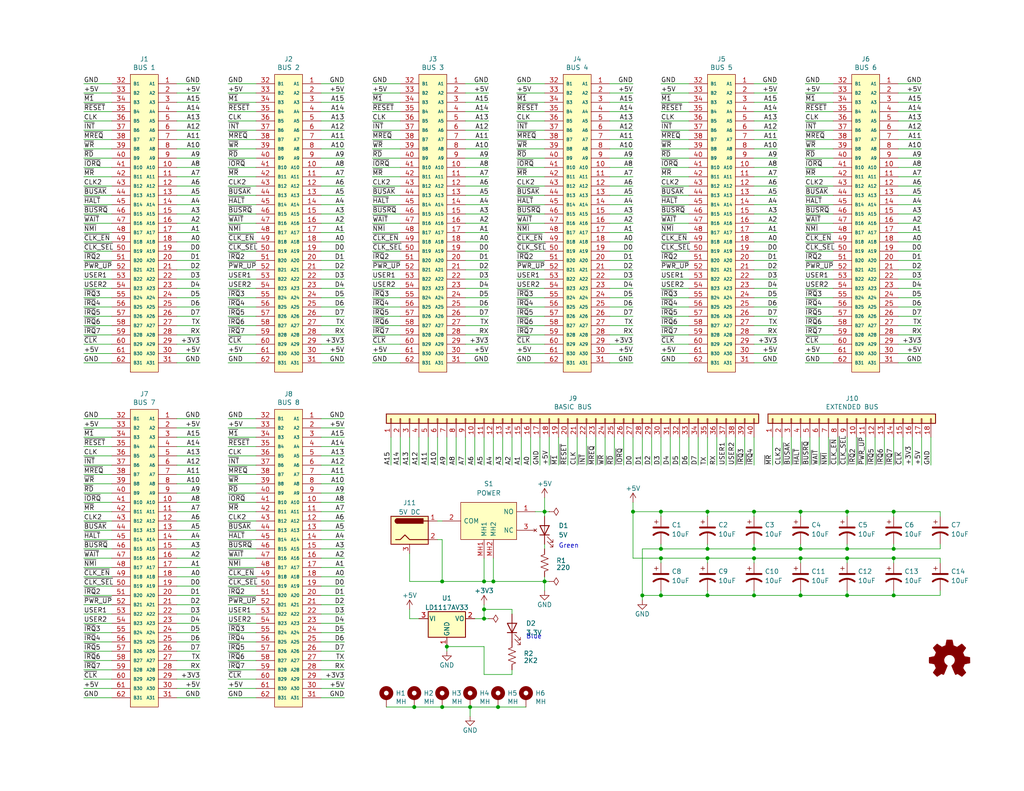
<source format=kicad_sch>
(kicad_sch (version 20230121) (generator eeschema)
  (paper "USLetter")
  (title_block (title "8-slot ISA-style backblane with breadboard connectivity") (date "2023-08-22") (rev "1.1") (company "Frederic Segard") (comment 1 "@microhobbyist"))
  (junction (at 180.34 152.4))
  (junction (at 121.92 176.53))
  (junction (at 132.08 168.91))
  (junction (at 120.65 193.04))
  (junction (at 243.84 162.56))
  (junction (at 218.44 162.56))
  (junction (at 135.89 193.04))
  (junction (at 193.04 149.86))
  (junction (at 180.34 162.56))
  (junction (at 172.72 139.7))
  (junction (at 243.84 152.4))
  (junction (at 175.26 162.56))
  (junction (at 180.34 139.7))
  (junction (at 128.27 193.04))
  (junction (at 113.03 193.04))
  (junction (at 231.14 149.86))
  (junction (at 243.84 149.86))
  (junction (at 132.08 158.75))
  (junction (at 193.04 152.4))
  (junction (at 148.59 139.7))
  (junction (at 205.74 152.4))
  (junction (at 132.08 166.37))
  (junction (at 231.14 152.4))
  (junction (at 243.84 139.7))
  (junction (at 231.14 162.56))
  (junction (at 193.04 139.7))
  (junction (at 231.14 139.7))
  (junction (at 120.65 158.75))
  (junction (at 193.04 162.56))
  (junction (at 218.44 149.86))
  (junction (at 148.59 158.75))
  (junction (at 218.44 152.4))
  (junction (at 180.34 149.86))
  (junction (at 134.62 158.75))
  (junction (at 205.74 162.56))
  (junction (at 218.44 139.7))
  (junction (at 205.74 139.7))
  (junction (at 205.74 149.86))
  (wire (pts (xy 120.65 158.75) (xy 132.08 158.75)))
  (wire (pts (xy 137.16 119.38) (xy 137.16 127)))
  (wire (pts (xy 62.23 50.8) (xy 69.85 50.8)))
  (wire (pts (xy 22.86 22.86) (xy 30.48 22.86)))
  (wire (pts (xy 205.74 88.9) (xy 212.09 88.9)))
  (wire (pts (xy 228.6 119.38) (xy 228.6 127)))
  (wire (pts (xy 172.72 139.7) (xy 172.72 152.4)))
  (wire (pts (xy 127 27.94) (xy 133.35 27.94)))
  (wire (pts (xy 219.71 83.82) (xy 227.33 83.82)))
  (wire (pts (xy 62.23 33.02) (xy 69.85 33.02)))
  (wire (pts (xy 166.37 43.18) (xy 172.72 43.18)))
  (wire (pts (xy 140.97 40.64) (xy 148.59 40.64)))
  (wire (pts (xy 48.26 149.86) (xy 54.61 149.86)))
  (wire (pts (xy 205.74 139.7) (xy 193.04 139.7)))
  (wire (pts (xy 135.89 193.04) (xy 128.27 193.04)))
  (wire (pts (xy 101.6 93.98) (xy 109.22 93.98)))
  (wire (pts (xy 172.72 119.38) (xy 172.72 127)))
  (wire (pts (xy 22.86 129.54) (xy 30.48 129.54)))
  (wire (pts (xy 200.66 119.38) (xy 200.66 127)))
  (wire (pts (xy 245.11 25.4) (xy 251.46 25.4)))
  (wire (pts (xy 48.26 170.18) (xy 54.61 170.18)))
  (wire (pts (xy 48.26 88.9) (xy 54.61 88.9)))
  (wire (pts (xy 243.84 161.29) (xy 243.84 162.56)))
  (wire (pts (xy 119.38 142.24) (xy 120.65 142.24)))
  (wire (pts (xy 87.63 116.84) (xy 93.98 116.84)))
  (wire (pts (xy 219.71 73.66) (xy 227.33 73.66)))
  (wire (pts (xy 166.37 35.56) (xy 172.72 35.56)))
  (wire (pts (xy 132.08 152.4) (xy 132.08 158.75)))
  (wire (pts (xy 243.84 162.56) (xy 256.54 162.56)))
  (wire (pts (xy 127 83.82) (xy 133.35 83.82)))
  (wire (pts (xy 48.26 78.74) (xy 54.61 78.74)))
  (wire (pts (xy 256.54 161.29) (xy 256.54 162.56)))
  (wire (pts (xy 246.38 119.38) (xy 246.38 127)))
  (wire (pts (xy 140.97 38.1) (xy 148.59 38.1)))
  (wire (pts (xy 180.34 91.44) (xy 187.96 91.44)))
  (wire (pts (xy 251.46 93.98) (xy 245.11 93.98)))
  (wire (pts (xy 22.86 170.18) (xy 30.48 170.18)))
  (wire (pts (xy 193.04 152.4) (xy 180.34 152.4)))
  (wire (pts (xy 254 119.38) (xy 254 127)))
  (wire (pts (xy 166.37 81.28) (xy 172.72 81.28)))
  (wire (pts (xy 22.86 132.08) (xy 30.48 132.08)))
  (wire (pts (xy 198.12 119.38) (xy 198.12 127)))
  (wire (pts (xy 219.71 76.2) (xy 227.33 76.2)))
  (wire (pts (xy 127 96.52) (xy 133.35 96.52)))
  (wire (pts (xy 243.84 139.7) (xy 256.54 139.7)))
  (wire (pts (xy 87.63 25.4) (xy 93.98 25.4)))
  (wire (pts (xy 205.74 53.34) (xy 212.09 53.34)))
  (wire (pts (xy 205.74 161.29) (xy 205.74 162.56)))
  (wire (pts (xy 127 91.44) (xy 133.35 91.44)))
  (wire (pts (xy 144.78 119.38) (xy 144.78 127)))
  (wire (pts (xy 22.86 71.12) (xy 30.48 71.12)))
  (wire (pts (xy 127 119.38) (xy 127 127)))
  (wire (pts (xy 22.86 139.7) (xy 30.48 139.7)))
  (wire (pts (xy 87.63 170.18) (xy 93.98 170.18)))
  (wire (pts (xy 62.23 152.4) (xy 69.85 152.4)))
  (wire (pts (xy 205.74 68.58) (xy 212.09 68.58)))
  (wire (pts (xy 48.26 187.96) (xy 54.61 187.96)))
  (wire (pts (xy 48.26 38.1) (xy 54.61 38.1)))
  (wire (pts (xy 87.63 66.04) (xy 93.98 66.04)))
  (wire (pts (xy 101.6 35.56) (xy 109.22 35.56)))
  (wire (pts (xy 101.6 68.58) (xy 109.22 68.58)))
  (wire (pts (xy 87.63 190.5) (xy 93.98 190.5)))
  (wire (pts (xy 62.23 175.26) (xy 69.85 175.26)))
  (wire (pts (xy 87.63 48.26) (xy 93.98 48.26)))
  (wire (pts (xy 245.11 35.56) (xy 251.46 35.56)))
  (wire (pts (xy 180.34 60.96) (xy 187.96 60.96)))
  (wire (pts (xy 218.44 152.4) (xy 218.44 153.67)))
  (wire (pts (xy 127 76.2) (xy 133.35 76.2)))
  (wire (pts (xy 243.84 152.4) (xy 243.84 153.67)))
  (wire (pts (xy 231.14 149.86) (xy 243.84 149.86)))
  (wire (pts (xy 22.86 43.18) (xy 30.48 43.18)))
  (wire (pts (xy 62.23 60.96) (xy 69.85 60.96)))
  (wire (pts (xy 48.26 132.08) (xy 54.61 132.08)))
  (wire (pts (xy 180.34 148.59) (xy 180.34 149.86)))
  (wire (pts (xy 48.26 53.34) (xy 54.61 53.34)))
  (wire (pts (xy 127 55.88) (xy 133.35 55.88)))
  (wire (pts (xy 218.44 139.7) (xy 218.44 140.97)))
  (wire (pts (xy 166.37 50.8) (xy 172.72 50.8)))
  (wire (pts (xy 87.63 162.56) (xy 93.98 162.56)))
  (wire (pts (xy 48.26 124.46) (xy 54.61 124.46)))
  (wire (pts (xy 127 71.12) (xy 133.35 71.12)))
  (wire (pts (xy 245.11 22.86) (xy 251.46 22.86)))
  (wire (pts (xy 22.86 187.96) (xy 30.48 187.96)))
  (wire (pts (xy 87.63 180.34) (xy 93.98 180.34)))
  (wire (pts (xy 140.97 93.98) (xy 148.59 93.98)))
  (wire (pts (xy 205.74 48.26) (xy 212.09 48.26)))
  (wire (pts (xy 205.74 27.94) (xy 212.09 27.94)))
  (wire (pts (xy 101.6 60.96) (xy 109.22 60.96)))
  (wire (pts (xy 22.86 58.42) (xy 30.48 58.42)))
  (wire (pts (xy 180.34 58.42) (xy 187.96 58.42)))
  (wire (pts (xy 22.86 66.04) (xy 30.48 66.04)))
  (wire (pts (xy 22.86 99.06) (xy 30.48 99.06)))
  (wire (pts (xy 195.58 119.38) (xy 195.58 127)))
  (wire (pts (xy 165.1 119.38) (xy 165.1 127)))
  (wire (pts (xy 223.52 119.38) (xy 223.52 127)))
  (wire (pts (xy 127 25.4) (xy 133.35 25.4)))
  (wire (pts (xy 132.08 166.37) (xy 132.08 168.91)))
  (wire (pts (xy 134.62 152.4) (xy 134.62 158.75)))
  (wire (pts (xy 48.26 152.4) (xy 54.61 152.4)))
  (wire (pts (xy 22.86 45.72) (xy 30.48 45.72)))
  (wire (pts (xy 166.37 30.48) (xy 172.72 30.48)))
  (wire (pts (xy 180.34 93.98) (xy 187.96 93.98)))
  (wire (pts (xy 48.26 116.84) (xy 54.61 116.84)))
  (wire (pts (xy 219.71 66.04) (xy 227.33 66.04)))
  (wire (pts (xy 180.34 25.4) (xy 187.96 25.4)))
  (wire (pts (xy 133.35 93.98) (xy 127 93.98)))
  (wire (pts (xy 166.37 40.64) (xy 172.72 40.64)))
  (wire (pts (xy 180.34 71.12) (xy 187.96 71.12)))
  (wire (pts (xy 62.23 78.74) (xy 69.85 78.74)))
  (wire (pts (xy 127 22.86) (xy 133.35 22.86)))
  (wire (pts (xy 119.38 119.38) (xy 119.38 127)))
  (wire (pts (xy 205.74 22.86) (xy 212.09 22.86)))
  (wire (pts (xy 22.86 157.48) (xy 30.48 157.48)))
  (wire (pts (xy 245.11 55.88) (xy 251.46 55.88)))
  (wire (pts (xy 48.26 137.16) (xy 54.61 137.16)))
  (wire (pts (xy 205.74 119.38) (xy 205.74 127)))
  (wire (pts (xy 62.23 149.86) (xy 69.85 149.86)))
  (wire (pts (xy 166.37 73.66) (xy 172.72 73.66)))
  (wire (pts (xy 87.63 124.46) (xy 93.98 124.46)))
  (wire (pts (xy 48.26 86.36) (xy 54.61 86.36)))
  (wire (pts (xy 146.05 139.7) (xy 148.59 139.7)))
  (wire (pts (xy 180.34 40.64) (xy 187.96 40.64)))
  (wire (pts (xy 205.74 40.64) (xy 212.09 40.64)))
  (wire (pts (xy 180.34 35.56) (xy 187.96 35.56)))
  (wire (pts (xy 62.23 154.94) (xy 69.85 154.94)))
  (wire (pts (xy 127 68.58) (xy 133.35 68.58)))
  (wire (pts (xy 48.26 76.2) (xy 54.61 76.2)))
  (wire (pts (xy 62.23 30.48) (xy 69.85 30.48)))
  (wire (pts (xy 22.86 182.88) (xy 30.48 182.88)))
  (wire (pts (xy 62.23 134.62) (xy 69.85 134.62)))
  (wire (pts (xy 140.97 86.36) (xy 148.59 86.36)))
  (wire (pts (xy 166.37 76.2) (xy 172.72 76.2)))
  (wire (pts (xy 22.86 27.94) (xy 30.48 27.94)))
  (wire (pts (xy 101.6 48.26) (xy 109.22 48.26)))
  (wire (pts (xy 219.71 78.74) (xy 227.33 78.74)))
  (wire (pts (xy 180.34 33.02) (xy 187.96 33.02)))
  (wire (pts (xy 62.23 139.7) (xy 69.85 139.7)))
  (wire (pts (xy 101.6 83.82) (xy 109.22 83.82)))
  (wire (pts (xy 180.34 43.18) (xy 187.96 43.18)))
  (wire (pts (xy 166.37 78.74) (xy 172.72 78.74)))
  (wire (pts (xy 87.63 175.26) (xy 93.98 175.26)))
  (wire (pts (xy 166.37 45.72) (xy 172.72 45.72)))
  (wire (pts (xy 62.23 127) (xy 69.85 127)))
  (wire (pts (xy 149.86 139.7) (xy 148.59 139.7)))
  (wire (pts (xy 231.14 139.7) (xy 218.44 139.7)))
  (wire (pts (xy 48.26 83.82) (xy 54.61 83.82)))
  (wire (pts (xy 101.6 38.1) (xy 109.22 38.1)))
  (wire (pts (xy 231.14 162.56) (xy 243.84 162.56)))
  (wire (pts (xy 231.14 152.4) (xy 218.44 152.4)))
  (wire (pts (xy 87.63 83.82) (xy 93.98 83.82)))
  (wire (pts (xy 193.04 139.7) (xy 193.04 140.97)))
  (wire (pts (xy 231.14 119.38) (xy 231.14 127)))
  (wire (pts (xy 127 58.42) (xy 133.35 58.42)))
  (wire (pts (xy 22.86 154.94) (xy 30.48 154.94)))
  (wire (pts (xy 205.74 152.4) (xy 205.74 153.67)))
  (wire (pts (xy 245.11 88.9) (xy 251.46 88.9)))
  (wire (pts (xy 48.26 182.88) (xy 54.61 182.88)))
  (wire (pts (xy 140.97 91.44) (xy 148.59 91.44)))
  (wire (pts (xy 219.71 35.56) (xy 227.33 35.56)))
  (wire (pts (xy 180.34 55.88) (xy 187.96 55.88)))
  (wire (pts (xy 205.74 76.2) (xy 212.09 76.2)))
  (wire (pts (xy 22.86 35.56) (xy 30.48 35.56)))
  (wire (pts (xy 22.86 142.24) (xy 30.48 142.24)))
  (wire (pts (xy 48.26 25.4) (xy 54.61 25.4)))
  (wire (pts (xy 22.86 91.44) (xy 30.48 91.44)))
  (wire (pts (xy 166.37 38.1) (xy 172.72 38.1)))
  (wire (pts (xy 205.74 86.36) (xy 212.09 86.36)))
  (wire (pts (xy 22.86 78.74) (xy 30.48 78.74)))
  (wire (pts (xy 87.63 38.1) (xy 93.98 38.1)))
  (wire (pts (xy 205.74 43.18) (xy 212.09 43.18)))
  (wire (pts (xy 127 35.56) (xy 133.35 35.56)))
  (wire (pts (xy 180.34 161.29) (xy 180.34 162.56)))
  (wire (pts (xy 180.34 162.56) (xy 193.04 162.56)))
  (wire (pts (xy 180.34 139.7) (xy 180.34 140.97)))
  (wire (pts (xy 219.71 27.94) (xy 227.33 27.94)))
  (wire (pts (xy 101.6 27.94) (xy 109.22 27.94)))
  (wire (pts (xy 87.63 50.8) (xy 93.98 50.8)))
  (wire (pts (xy 205.74 45.72) (xy 212.09 45.72)))
  (wire (pts (xy 180.34 88.9) (xy 187.96 88.9)))
  (wire (pts (xy 245.11 27.94) (xy 251.46 27.94)))
  (wire (pts (xy 62.23 167.64) (xy 69.85 167.64)))
  (wire (pts (xy 157.48 119.38) (xy 157.48 127)))
  (wire (pts (xy 231.14 152.4) (xy 231.14 153.67)))
  (wire (pts (xy 62.23 137.16) (xy 69.85 137.16)))
  (wire (pts (xy 219.71 53.34) (xy 227.33 53.34)))
  (wire (pts (xy 87.63 55.88) (xy 93.98 55.88)))
  (wire (pts (xy 48.26 144.78) (xy 54.61 144.78)))
  (wire (pts (xy 22.86 73.66) (xy 30.48 73.66)))
  (wire (pts (xy 87.63 121.92) (xy 93.98 121.92)))
  (wire (pts (xy 101.6 43.18) (xy 109.22 43.18)))
  (wire (pts (xy 193.04 119.38) (xy 193.04 127)))
  (wire (pts (xy 48.26 180.34) (xy 54.61 180.34)))
  (wire (pts (xy 205.74 162.56) (xy 218.44 162.56)))
  (wire (pts (xy 245.11 38.1) (xy 251.46 38.1)))
  (wire (pts (xy 87.63 149.86) (xy 93.98 149.86)))
  (wire (pts (xy 48.26 175.26) (xy 54.61 175.26)))
  (wire (pts (xy 87.63 127) (xy 93.98 127)))
  (wire (pts (xy 245.11 40.64) (xy 251.46 40.64)))
  (wire (pts (xy 231.14 161.29) (xy 231.14 162.56)))
  (wire (pts (xy 127 63.5) (xy 133.35 63.5)))
  (wire (pts (xy 245.11 66.04) (xy 251.46 66.04)))
  (wire (pts (xy 128.27 193.04) (xy 128.27 195.58)))
  (wire (pts (xy 180.34 152.4) (xy 180.34 153.67)))
  (wire (pts (xy 180.34 53.34) (xy 187.96 53.34)))
  (wire (pts (xy 132.08 176.53) (xy 121.92 176.53)))
  (wire (pts (xy 205.74 58.42) (xy 212.09 58.42)))
  (wire (pts (xy 106.68 119.38) (xy 106.68 127)))
  (wire (pts (xy 22.86 88.9) (xy 30.48 88.9)))
  (wire (pts (xy 101.6 25.4) (xy 109.22 25.4)))
  (wire (pts (xy 212.09 93.98) (xy 205.74 93.98)))
  (wire (pts (xy 48.26 73.66) (xy 54.61 73.66)))
  (wire (pts (xy 48.26 172.72) (xy 54.61 172.72)))
  (wire (pts (xy 180.34 76.2) (xy 187.96 76.2)))
  (wire (pts (xy 245.11 58.42) (xy 251.46 58.42)))
  (wire (pts (xy 140.97 45.72) (xy 148.59 45.72)))
  (wire (pts (xy 166.37 60.96) (xy 172.72 60.96)))
  (wire (pts (xy 101.6 40.64) (xy 109.22 40.64)))
  (wire (pts (xy 172.72 139.7) (xy 180.34 139.7)))
  (wire (pts (xy 62.23 172.72) (xy 69.85 172.72)))
  (wire (pts (xy 132.08 158.75) (xy 134.62 158.75)))
  (wire (pts (xy 139.7 119.38) (xy 139.7 127)))
  (wire (pts (xy 62.23 48.26) (xy 69.85 48.26)))
  (wire (pts (xy 22.86 124.46) (xy 30.48 124.46)))
  (wire (pts (xy 139.7 166.37) (xy 139.7 167.64)))
  (wire (pts (xy 219.71 22.86) (xy 227.33 22.86)))
  (wire (pts (xy 248.92 119.38) (xy 248.92 127)))
  (wire (pts (xy 87.63 139.7) (xy 93.98 139.7)))
  (wire (pts (xy 140.97 27.94) (xy 148.59 27.94)))
  (wire (pts (xy 48.26 142.24) (xy 54.61 142.24)))
  (wire (pts (xy 193.04 149.86) (xy 205.74 149.86)))
  (wire (pts (xy 87.63 58.42) (xy 93.98 58.42)))
  (wire (pts (xy 87.63 30.48) (xy 93.98 30.48)))
  (wire (pts (xy 175.26 149.86) (xy 180.34 149.86)))
  (wire (pts (xy 231.14 148.59) (xy 231.14 149.86)))
  (wire (pts (xy 154.94 119.38) (xy 154.94 127)))
  (wire (pts (xy 22.86 63.5) (xy 30.48 63.5)))
  (wire (pts (xy 48.26 114.3) (xy 54.61 114.3)))
  (wire (pts (xy 62.23 38.1) (xy 69.85 38.1)))
  (wire (pts (xy 256.54 152.4) (xy 256.54 153.67)))
  (wire (pts (xy 193.04 162.56) (xy 205.74 162.56)))
  (wire (pts (xy 87.63 134.62) (xy 93.98 134.62)))
  (wire (pts (xy 129.54 168.91) (xy 132.08 168.91)))
  (wire (pts (xy 101.6 76.2) (xy 109.22 76.2)))
  (wire (pts (xy 22.86 185.42) (xy 30.48 185.42)))
  (wire (pts (xy 87.63 76.2) (xy 93.98 76.2)))
  (wire (pts (xy 149.86 158.75) (xy 148.59 158.75)))
  (wire (pts (xy 87.63 43.18) (xy 93.98 43.18)))
  (wire (pts (xy 205.74 35.56) (xy 212.09 35.56)))
  (wire (pts (xy 62.23 162.56) (xy 69.85 162.56)))
  (wire (pts (xy 219.71 63.5) (xy 227.33 63.5)))
  (wire (pts (xy 149.86 119.38) (xy 149.86 127)))
  (wire (pts (xy 166.37 33.02) (xy 172.72 33.02)))
  (wire (pts (xy 148.59 158.75) (xy 148.59 161.29)))
  (wire (pts (xy 193.04 148.59) (xy 193.04 149.86)))
  (wire (pts (xy 22.86 149.86) (xy 30.48 149.86)))
  (wire (pts (xy 87.63 27.94) (xy 93.98 27.94)))
  (wire (pts (xy 22.86 134.62) (xy 30.48 134.62)))
  (wire (pts (xy 87.63 40.64) (xy 93.98 40.64)))
  (wire (pts (xy 139.7 184.15) (xy 139.7 182.88)))
  (wire (pts (xy 22.86 93.98) (xy 30.48 93.98)))
  (wire (pts (xy 105.41 193.04) (xy 113.03 193.04)))
  (wire (pts (xy 140.97 73.66) (xy 148.59 73.66)))
  (wire (pts (xy 22.86 40.64) (xy 30.48 40.64)))
  (wire (pts (xy 218.44 152.4) (xy 205.74 152.4)))
  (wire (pts (xy 170.18 119.38) (xy 170.18 127)))
  (wire (pts (xy 219.71 25.4) (xy 227.33 25.4)))
  (wire (pts (xy 219.71 50.8) (xy 227.33 50.8)))
  (wire (pts (xy 251.46 119.38) (xy 251.46 127)))
  (wire (pts (xy 166.37 63.5) (xy 172.72 63.5)))
  (wire (pts (xy 205.74 30.48) (xy 212.09 30.48)))
  (wire (pts (xy 140.97 60.96) (xy 148.59 60.96)))
  (wire (pts (xy 124.46 119.38) (xy 124.46 127)))
  (wire (pts (xy 142.24 119.38) (xy 142.24 127)))
  (wire (pts (xy 62.23 116.84) (xy 69.85 116.84)))
  (wire (pts (xy 245.11 50.8) (xy 251.46 50.8)))
  (wire (pts (xy 62.23 71.12) (xy 69.85 71.12)))
  (wire (pts (xy 219.71 40.64) (xy 227.33 40.64)))
  (wire (pts (xy 245.11 68.58) (xy 251.46 68.58)))
  (wire (pts (xy 22.86 30.48) (xy 30.48 30.48)))
  (wire (pts (xy 175.26 119.38) (xy 175.26 127)))
  (wire (pts (xy 245.11 76.2) (xy 251.46 76.2)))
  (wire (pts (xy 62.23 68.58) (xy 69.85 68.58)))
  (wire (pts (xy 62.23 129.54) (xy 69.85 129.54)))
  (wire (pts (xy 87.63 144.78) (xy 93.98 144.78)))
  (wire (pts (xy 22.86 116.84) (xy 30.48 116.84)))
  (wire (pts (xy 101.6 73.66) (xy 109.22 73.66)))
  (wire (pts (xy 132.08 119.38) (xy 132.08 127)))
  (wire (pts (xy 62.23 35.56) (xy 69.85 35.56)))
  (wire (pts (xy 87.63 129.54) (xy 93.98 129.54)))
  (wire (pts (xy 218.44 139.7) (xy 205.74 139.7)))
  (wire (pts (xy 48.26 30.48) (xy 54.61 30.48)))
  (wire (pts (xy 127 81.28) (xy 133.35 81.28)))
  (wire (pts (xy 93.98 93.98) (xy 87.63 93.98)))
  (wire (pts (xy 22.86 76.2) (xy 30.48 76.2)))
  (wire (pts (xy 127 53.34) (xy 133.35 53.34)))
  (wire (pts (xy 62.23 124.46) (xy 69.85 124.46)))
  (wire (pts (xy 87.63 45.72) (xy 93.98 45.72)))
  (wire (pts (xy 62.23 96.52) (xy 69.85 96.52)))
  (wire (pts (xy 245.11 81.28) (xy 251.46 81.28)))
  (wire (pts (xy 22.86 162.56) (xy 30.48 162.56)))
  (wire (pts (xy 111.76 151.13) (xy 111.76 158.75)))
  (wire (pts (xy 175.26 162.56) (xy 180.34 162.56)))
  (wire (pts (xy 87.63 177.8) (xy 93.98 177.8)))
  (wire (pts (xy 180.34 119.38) (xy 180.34 127)))
  (wire (pts (xy 114.3 168.91) (xy 111.76 168.91)))
  (wire (pts (xy 48.26 177.8) (xy 54.61 177.8)))
  (wire (pts (xy 231.14 162.56) (xy 218.44 162.56)))
  (wire (pts (xy 172.72 152.4) (xy 180.34 152.4)))
  (wire (pts (xy 62.23 58.42) (xy 69.85 58.42)))
  (wire (pts (xy 62.23 22.86) (xy 69.85 22.86)))
  (wire (pts (xy 87.63 147.32) (xy 93.98 147.32)))
  (wire (pts (xy 233.68 119.38) (xy 233.68 127)))
  (wire (pts (xy 48.26 119.38) (xy 54.61 119.38)))
  (wire (pts (xy 190.5 119.38) (xy 190.5 127)))
  (wire (pts (xy 62.23 114.3) (xy 69.85 114.3)))
  (wire (pts (xy 241.3 119.38) (xy 241.3 127)))
  (wire (pts (xy 175.26 162.56) (xy 175.26 149.86)))
  (wire (pts (xy 219.71 58.42) (xy 227.33 58.42)))
  (wire (pts (xy 140.97 96.52) (xy 148.59 96.52)))
  (wire (pts (xy 48.26 48.26) (xy 54.61 48.26)))
  (wire (pts (xy 120.65 193.04) (xy 128.27 193.04)))
  (wire (pts (xy 101.6 96.52) (xy 109.22 96.52)))
  (wire (pts (xy 87.63 60.96) (xy 93.98 60.96)))
  (wire (pts (xy 243.84 148.59) (xy 243.84 149.86)))
  (wire (pts (xy 226.06 119.38) (xy 226.06 127)))
  (wire (pts (xy 180.34 78.74) (xy 187.96 78.74)))
  (wire (pts (xy 180.34 48.26) (xy 187.96 48.26)))
  (wire (pts (xy 205.74 73.66) (xy 212.09 73.66)))
  (wire (pts (xy 127 73.66) (xy 133.35 73.66)))
  (wire (pts (xy 111.76 119.38) (xy 111.76 127)))
  (wire (pts (xy 243.84 119.38) (xy 243.84 127)))
  (wire (pts (xy 148.59 148.59) (xy 148.59 149.86)))
  (wire (pts (xy 62.23 40.64) (xy 69.85 40.64)))
  (wire (pts (xy 219.71 43.18) (xy 227.33 43.18)))
  (wire (pts (xy 166.37 86.36) (xy 172.72 86.36)))
  (wire (pts (xy 213.36 119.38) (xy 213.36 127)))
  (wire (pts (xy 245.11 33.02) (xy 251.46 33.02)))
  (wire (pts (xy 22.86 137.16) (xy 30.48 137.16)))
  (wire (pts (xy 127 60.96) (xy 133.35 60.96)))
  (wire (pts (xy 219.71 71.12) (xy 227.33 71.12)))
  (wire (pts (xy 205.74 33.02) (xy 212.09 33.02)))
  (wire (pts (xy 48.26 58.42) (xy 54.61 58.42)))
  (wire (pts (xy 218.44 148.59) (xy 218.44 149.86)))
  (wire (pts (xy 87.63 137.16) (xy 93.98 137.16)))
  (wire (pts (xy 135.89 193.04) (xy 143.51 193.04)))
  (wire (pts (xy 210.82 119.38) (xy 210.82 127)))
  (wire (pts (xy 205.74 38.1) (xy 212.09 38.1)))
  (wire (pts (xy 140.97 22.86) (xy 148.59 22.86)))
  (wire (pts (xy 245.11 43.18) (xy 251.46 43.18)))
  (wire (pts (xy 140.97 25.4) (xy 148.59 25.4)))
  (wire (pts (xy 87.63 73.66) (xy 93.98 73.66)))
  (wire (pts (xy 48.26 127) (xy 54.61 127)))
  (wire (pts (xy 87.63 86.36) (xy 93.98 86.36)))
  (wire (pts (xy 172.72 137.16) (xy 172.72 139.7)))
  (wire (pts (xy 243.84 149.86) (xy 256.54 149.86)))
  (wire (pts (xy 87.63 88.9) (xy 93.98 88.9)))
  (wire (pts (xy 147.32 119.38) (xy 147.32 127)))
  (wire (pts (xy 22.86 81.28) (xy 30.48 81.28)))
  (wire (pts (xy 185.42 119.38) (xy 185.42 127)))
  (wire (pts (xy 140.97 63.5) (xy 148.59 63.5)))
  (wire (pts (xy 62.23 99.06) (xy 69.85 99.06)))
  (wire (pts (xy 22.86 152.4) (xy 30.48 152.4)))
  (wire (pts (xy 48.26 35.56) (xy 54.61 35.56)))
  (wire (pts (xy 62.23 170.18) (xy 69.85 170.18)))
  (wire (pts (xy 101.6 33.02) (xy 109.22 33.02)))
  (wire (pts (xy 101.6 86.36) (xy 109.22 86.36)))
  (wire (pts (xy 48.26 71.12) (xy 54.61 71.12)))
  (wire (pts (xy 218.44 119.38) (xy 218.44 127)))
  (wire (pts (xy 205.74 50.8) (xy 212.09 50.8)))
  (wire (pts (xy 127 86.36) (xy 133.35 86.36)))
  (wire (pts (xy 180.34 30.48) (xy 187.96 30.48)))
  (wire (pts (xy 87.63 142.24) (xy 93.98 142.24)))
  (wire (pts (xy 22.86 147.32) (xy 30.48 147.32)))
  (wire (pts (xy 48.26 162.56) (xy 54.61 162.56)))
  (wire (pts (xy 132.08 168.91) (xy 133.35 168.91)))
  (wire (pts (xy 180.34 22.86) (xy 187.96 22.86)))
  (wire (pts (xy 62.23 88.9) (xy 69.85 88.9)))
  (wire (pts (xy 101.6 71.12) (xy 109.22 71.12)))
  (wire (pts (xy 48.26 43.18) (xy 54.61 43.18)))
  (wire (pts (xy 205.74 81.28) (xy 212.09 81.28)))
  (wire (pts (xy 127 99.06) (xy 133.35 99.06)))
  (wire (pts (xy 101.6 22.86) (xy 109.22 22.86)))
  (wire (pts (xy 140.97 83.82) (xy 148.59 83.82)))
  (wire (pts (xy 193.04 139.7) (xy 180.34 139.7)))
  (wire (pts (xy 180.34 73.66) (xy 187.96 73.66)))
  (wire (pts (xy 48.26 96.52) (xy 54.61 96.52)))
  (wire (pts (xy 205.74 63.5) (xy 212.09 63.5)))
  (wire (pts (xy 48.26 68.58) (xy 54.61 68.58)))
  (wire (pts (xy 48.26 22.86) (xy 54.61 22.86)))
  (wire (pts (xy 205.74 152.4) (xy 193.04 152.4)))
  (wire (pts (xy 167.64 119.38) (xy 167.64 127)))
  (wire (pts (xy 245.11 30.48) (xy 251.46 30.48)))
  (wire (pts (xy 134.62 119.38) (xy 134.62 127)))
  (wire (pts (xy 140.97 50.8) (xy 148.59 50.8)))
  (wire (pts (xy 219.71 55.88) (xy 227.33 55.88)))
  (wire (pts (xy 62.23 93.98) (xy 69.85 93.98)))
  (wire (pts (xy 48.26 165.1) (xy 54.61 165.1)))
  (wire (pts (xy 121.92 119.38) (xy 121.92 127)))
  (wire (pts (xy 175.26 162.56) (xy 175.26 163.83)))
  (wire (pts (xy 62.23 144.78) (xy 69.85 144.78)))
  (wire (pts (xy 62.23 185.42) (xy 69.85 185.42)))
  (wire (pts (xy 166.37 58.42) (xy 172.72 58.42)))
  (wire (pts (xy 166.37 91.44) (xy 172.72 91.44)))
  (wire (pts (xy 180.34 83.82) (xy 187.96 83.82)))
  (wire (pts (xy 101.6 58.42) (xy 109.22 58.42)))
  (wire (pts (xy 48.26 167.64) (xy 54.61 167.64)))
  (wire (pts (xy 48.26 55.88) (xy 54.61 55.88)))
  (wire (pts (xy 62.23 27.94) (xy 69.85 27.94)))
  (wire (pts (xy 180.34 99.06) (xy 187.96 99.06)))
  (wire (pts (xy 48.26 33.02) (xy 54.61 33.02)))
  (wire (pts (xy 22.86 33.02) (xy 30.48 33.02)))
  (wire (pts (xy 101.6 66.04) (xy 109.22 66.04)))
  (wire (pts (xy 87.63 63.5) (xy 93.98 63.5)))
  (wire (pts (xy 54.61 93.98) (xy 48.26 93.98)))
  (wire (pts (xy 166.37 83.82) (xy 172.72 83.82)))
  (wire (pts (xy 62.23 121.92) (xy 69.85 121.92)))
  (wire (pts (xy 180.34 45.72) (xy 187.96 45.72)))
  (wire (pts (xy 87.63 91.44) (xy 93.98 91.44)))
  (wire (pts (xy 238.76 119.38) (xy 238.76 127)))
  (wire (pts (xy 166.37 53.34) (xy 172.72 53.34)))
  (wire (pts (xy 22.86 68.58) (xy 30.48 68.58)))
  (wire (pts (xy 22.86 60.96) (xy 30.48 60.96)))
  (wire (pts (xy 22.86 144.78) (xy 30.48 144.78)))
  (wire (pts (xy 22.86 96.52) (xy 30.48 96.52)))
  (wire (pts (xy 48.26 157.48) (xy 54.61 157.48)))
  (wire (pts (xy 205.74 139.7) (xy 205.74 140.97)))
  (wire (pts (xy 87.63 152.4) (xy 93.98 152.4)))
  (wire (pts (xy 245.11 60.96) (xy 251.46 60.96)))
  (wire (pts (xy 140.97 66.04) (xy 148.59 66.04)))
  (wire (pts (xy 245.11 53.34) (xy 251.46 53.34)))
  (wire (pts (xy 203.2 119.38) (xy 203.2 127)))
  (wire (pts (xy 62.23 63.5) (xy 69.85 63.5)))
  (wire (pts (xy 87.63 154.94) (xy 93.98 154.94)))
  (wire (pts (xy 219.71 88.9) (xy 227.33 88.9)))
  (wire (pts (xy 116.84 119.38) (xy 116.84 127)))
  (wire (pts (xy 166.37 48.26) (xy 172.72 48.26)))
  (wire (pts (xy 127 43.18) (xy 133.35 43.18)))
  (wire (pts (xy 140.97 81.28) (xy 148.59 81.28)))
  (wire (pts (xy 22.86 119.38) (xy 30.48 119.38)))
  (wire (pts (xy 62.23 91.44) (xy 69.85 91.44)))
  (wire (pts (xy 22.86 121.92) (xy 30.48 121.92)))
  (wire (pts (xy 93.98 185.42) (xy 87.63 185.42)))
  (wire (pts (xy 87.63 160.02) (xy 93.98 160.02)))
  (wire (pts (xy 48.26 147.32) (xy 54.61 147.32)))
  (wire (pts (xy 245.11 83.82) (xy 251.46 83.82)))
  (wire (pts (xy 119.38 147.32) (xy 120.65 147.32)))
  (wire (pts (xy 219.71 96.52) (xy 227.33 96.52)))
  (wire (pts (xy 140.97 33.02) (xy 148.59 33.02)))
  (wire (pts (xy 101.6 88.9) (xy 109.22 88.9)))
  (wire (pts (xy 87.63 99.06) (xy 93.98 99.06)))
  (wire (pts (xy 148.59 139.7) (xy 148.59 140.97)))
  (wire (pts (xy 127 50.8) (xy 133.35 50.8)))
  (wire (pts (xy 205.74 78.74) (xy 212.09 78.74)))
  (wire (pts (xy 114.3 119.38) (xy 114.3 127)))
  (wire (pts (xy 180.34 50.8) (xy 187.96 50.8)))
  (wire (pts (xy 245.11 99.06) (xy 251.46 99.06)))
  (wire (pts (xy 101.6 55.88) (xy 109.22 55.88)))
  (wire (pts (xy 219.71 99.06) (xy 227.33 99.06)))
  (wire (pts (xy 22.86 167.64) (xy 30.48 167.64)))
  (wire (pts (xy 48.26 129.54) (xy 54.61 129.54)))
  (wire (pts (xy 140.97 35.56) (xy 148.59 35.56)))
  (wire (pts (xy 22.86 127) (xy 30.48 127)))
  (wire (pts (xy 245.11 73.66) (xy 251.46 73.66)))
  (wire (pts (xy 101.6 91.44) (xy 109.22 91.44)))
  (wire (pts (xy 205.74 83.82) (xy 212.09 83.82)))
  (wire (pts (xy 22.86 190.5) (xy 30.48 190.5)))
  (wire (pts (xy 245.11 45.72) (xy 251.46 45.72)))
  (wire (pts (xy 180.34 38.1) (xy 187.96 38.1)))
  (wire (pts (xy 219.71 60.96) (xy 227.33 60.96)))
  (wire (pts (xy 62.23 132.08) (xy 69.85 132.08)))
  (wire (pts (xy 219.71 91.44) (xy 227.33 91.44)))
  (wire (pts (xy 87.63 114.3) (xy 93.98 114.3)))
  (wire (pts (xy 62.23 190.5) (xy 69.85 190.5)))
  (wire (pts (xy 219.71 68.58) (xy 227.33 68.58)))
  (wire (pts (xy 127 30.48) (xy 133.35 30.48)))
  (wire (pts (xy 245.11 86.36) (xy 251.46 86.36)))
  (wire (pts (xy 160.02 119.38) (xy 160.02 127)))
  (wire (pts (xy 219.71 86.36) (xy 227.33 86.36)))
  (wire (pts (xy 62.23 147.32) (xy 69.85 147.32)))
  (wire (pts (xy 62.23 165.1) (xy 69.85 165.1)))
  (wire (pts (xy 111.76 166.37) (xy 111.76 168.91)))
  (wire (pts (xy 205.74 66.04) (xy 212.09 66.04)))
  (wire (pts (xy 87.63 172.72) (xy 93.98 172.72)))
  (wire (pts (xy 87.63 182.88) (xy 93.98 182.88)))
  (wire (pts (xy 87.63 81.28) (xy 93.98 81.28)))
  (wire (pts (xy 22.86 177.8) (xy 30.48 177.8)))
  (wire (pts (xy 87.63 157.48) (xy 93.98 157.48)))
  (wire (pts (xy 166.37 22.86) (xy 172.72 22.86)))
  (wire (pts (xy 62.23 73.66) (xy 69.85 73.66)))
  (wire (pts (xy 172.72 93.98) (xy 166.37 93.98)))
  (wire (pts (xy 148.59 135.89) (xy 148.59 139.7)))
  (wire (pts (xy 140.97 55.88) (xy 148.59 55.88)))
  (wire (pts (xy 205.74 96.52) (xy 212.09 96.52)))
  (wire (pts (xy 220.98 119.38) (xy 220.98 127)))
  (wire (pts (xy 87.63 167.64) (xy 93.98 167.64)))
  (wire (pts (xy 62.23 180.34) (xy 69.85 180.34)))
  (wire (pts (xy 87.63 53.34) (xy 93.98 53.34)))
  (wire (pts (xy 129.54 119.38) (xy 129.54 127)))
  (wire (pts (xy 127 88.9) (xy 133.35 88.9)))
  (wire (pts (xy 166.37 88.9) (xy 172.72 88.9)))
  (wire (pts (xy 62.23 45.72) (xy 69.85 45.72)))
  (wire (pts (xy 120.65 147.32) (xy 120.65 158.75)))
  (wire (pts (xy 132.08 166.37) (xy 139.7 166.37)))
  (wire (pts (xy 132.08 184.15) (xy 132.08 176.53)))
  (wire (pts (xy 140.97 78.74) (xy 148.59 78.74)))
  (wire (pts (xy 166.37 68.58) (xy 172.72 68.58)))
  (wire (pts (xy 22.86 180.34) (xy 30.48 180.34)))
  (wire (pts (xy 62.23 187.96) (xy 69.85 187.96)))
  (wire (pts (xy 166.37 25.4) (xy 172.72 25.4)))
  (wire (pts (xy 87.63 187.96) (xy 93.98 187.96)))
  (wire (pts (xy 62.23 55.88) (xy 69.85 55.88)))
  (wire (pts (xy 127 40.64) (xy 133.35 40.64)))
  (wire (pts (xy 101.6 81.28) (xy 109.22 81.28)))
  (wire (pts (xy 101.6 53.34) (xy 109.22 53.34)))
  (wire (pts (xy 62.23 177.8) (xy 69.85 177.8)))
  (wire (pts (xy 87.63 22.86) (xy 93.98 22.86)))
  (wire (pts (xy 132.08 184.15) (xy 139.7 184.15)))
  (wire (pts (xy 140.97 99.06) (xy 148.59 99.06)))
  (wire (pts (xy 256.54 139.7) (xy 256.54 140.97)))
  (wire (pts (xy 22.86 165.1) (xy 30.48 165.1)))
  (wire (pts (xy 205.74 60.96) (xy 212.09 60.96)))
  (wire (pts (xy 101.6 30.48) (xy 109.22 30.48)))
  (wire (pts (xy 245.11 91.44) (xy 251.46 91.44)))
  (wire (pts (xy 140.97 30.48) (xy 148.59 30.48)))
  (wire (pts (xy 121.92 176.53) (xy 121.92 177.8)))
  (wire (pts (xy 48.26 121.92) (xy 54.61 121.92)))
  (wire (pts (xy 54.61 185.42) (xy 48.26 185.42)))
  (wire (pts (xy 177.8 119.38) (xy 177.8 127)))
  (wire (pts (xy 245.11 96.52) (xy 251.46 96.52)))
  (wire (pts (xy 101.6 99.06) (xy 109.22 99.06)))
  (wire (pts (xy 187.96 119.38) (xy 187.96 127)))
  (wire (pts (xy 48.26 99.06) (xy 54.61 99.06)))
  (wire (pts (xy 62.23 83.82) (xy 69.85 83.82)))
  (wire (pts (xy 245.11 48.26) (xy 251.46 48.26)))
  (wire (pts (xy 205.74 71.12) (xy 212.09 71.12)))
  (wire (pts (xy 127 33.02) (xy 133.35 33.02)))
  (wire (pts (xy 148.59 157.48) (xy 148.59 158.75)))
  (wire (pts (xy 166.37 66.04) (xy 172.72 66.04)))
  (wire (pts (xy 132.08 165.1) (xy 132.08 166.37)))
  (wire (pts (xy 140.97 43.18) (xy 148.59 43.18)))
  (wire (pts (xy 180.34 63.5) (xy 187.96 63.5)))
  (wire (pts (xy 62.23 25.4) (xy 69.85 25.4)))
  (wire (pts (xy 87.63 71.12) (xy 93.98 71.12)))
  (wire (pts (xy 180.34 27.94) (xy 187.96 27.94)))
  (wire (pts (xy 166.37 96.52) (xy 172.72 96.52)))
  (wire (pts (xy 22.86 48.26) (xy 30.48 48.26)))
  (wire (pts (xy 62.23 182.88) (xy 69.85 182.88)))
  (wire (pts (xy 231.14 149.86) (xy 218.44 149.86)))
  (wire (pts (xy 22.86 50.8) (xy 30.48 50.8)))
  (wire (pts (xy 140.97 68.58) (xy 148.59 68.58)))
  (wire (pts (xy 62.23 157.48) (xy 69.85 157.48)))
  (wire (pts (xy 48.26 45.72) (xy 54.61 45.72)))
  (wire (pts (xy 87.63 119.38) (xy 93.98 119.38)))
  (wire (pts (xy 231.14 139.7) (xy 231.14 140.97)))
  (wire (pts (xy 48.26 66.04) (xy 54.61 66.04)))
  (wire (pts (xy 48.26 154.94) (xy 54.61 154.94)))
  (wire (pts (xy 180.34 149.86) (xy 193.04 149.86)))
  (wire (pts (xy 22.86 53.34) (xy 30.48 53.34)))
  (wire (pts (xy 22.86 86.36) (xy 30.48 86.36)))
  (wire (pts (xy 48.26 139.7) (xy 54.61 139.7)))
  (wire (pts (xy 180.34 86.36) (xy 187.96 86.36)))
  (wire (pts (xy 101.6 50.8) (xy 109.22 50.8)))
  (wire (pts (xy 166.37 99.06) (xy 172.72 99.06)))
  (wire (pts (xy 180.34 96.52) (xy 187.96 96.52)))
  (wire (pts (xy 152.4 119.38) (xy 152.4 127)))
  (wire (pts (xy 127 48.26) (xy 133.35 48.26)))
  (wire (pts (xy 87.63 33.02) (xy 93.98 33.02)))
  (wire (pts (xy 219.71 30.48) (xy 227.33 30.48)))
  (wire (pts (xy 140.97 88.9) (xy 148.59 88.9)))
  (wire (pts (xy 22.86 25.4) (xy 30.48 25.4)))
  (wire (pts (xy 127 45.72) (xy 133.35 45.72)))
  (wire (pts (xy 256.54 152.4) (xy 243.84 152.4)))
  (wire (pts (xy 87.63 68.58) (xy 93.98 68.58)))
  (wire (pts (xy 205.74 55.88) (xy 212.09 55.88)))
  (wire (pts (xy 127 66.04) (xy 133.35 66.04)))
  (wire (pts (xy 180.34 81.28) (xy 187.96 81.28)))
  (wire (pts (xy 62.23 43.18) (xy 69.85 43.18)))
  (wire (pts (xy 87.63 165.1) (xy 93.98 165.1)))
  (wire (pts (xy 22.86 172.72) (xy 30.48 172.72)))
  (wire (pts (xy 180.34 66.04) (xy 187.96 66.04)))
  (wire (pts (xy 87.63 35.56) (xy 93.98 35.56)))
  (wire (pts (xy 140.97 48.26) (xy 148.59 48.26)))
  (wire (pts (xy 22.86 55.88) (xy 30.48 55.88)))
  (wire (pts (xy 166.37 55.88) (xy 172.72 55.88)))
  (wire (pts (xy 48.26 134.62) (xy 54.61 134.62)))
  (wire (pts (xy 140.97 71.12) (xy 148.59 71.12)))
  (wire (pts (xy 48.26 91.44) (xy 54.61 91.44)))
  (wire (pts (xy 219.71 38.1) (xy 227.33 38.1)))
  (wire (pts (xy 48.26 190.5) (xy 54.61 190.5)))
  (wire (pts (xy 162.56 119.38) (xy 162.56 127)))
  (wire (pts (xy 62.23 66.04) (xy 69.85 66.04)))
  (wire (pts (xy 218.44 161.29) (xy 218.44 162.56)))
  (wire (pts (xy 245.11 63.5) (xy 251.46 63.5)))
  (wire (pts (xy 101.6 78.74) (xy 109.22 78.74)))
  (wire (pts (xy 101.6 45.72) (xy 109.22 45.72)))
  (wire (pts (xy 245.11 71.12) (xy 251.46 71.12)))
  (wire (pts (xy 22.86 83.82) (xy 30.48 83.82)))
  (wire (pts (xy 87.63 96.52) (xy 93.98 96.52)))
  (wire (pts (xy 22.86 175.26) (xy 30.48 175.26)))
  (wire (pts (xy 134.62 158.75) (xy 148.59 158.75)))
  (wire (pts (xy 48.26 40.64) (xy 54.61 40.64)))
  (wire (pts (xy 87.63 132.08) (xy 93.98 132.08)))
  (wire (pts (xy 87.63 78.74) (xy 93.98 78.74)))
  (wire (pts (xy 205.74 149.86) (xy 218.44 149.86)))
  (wire (pts (xy 48.26 81.28) (xy 54.61 81.28)))
  (wire (pts (xy 205.74 148.59) (xy 205.74 149.86)))
  (wire (pts (xy 166.37 71.12) (xy 172.72 71.12)))
  (wire (pts (xy 140.97 58.42) (xy 148.59 58.42)))
  (wire (pts (xy 62.23 142.24) (xy 69.85 142.24)))
  (wire (pts (xy 140.97 53.34) (xy 148.59 53.34)))
  (wire (pts (xy 22.86 114.3) (xy 30.48 114.3)))
  (wire (pts (xy 109.22 119.38) (xy 109.22 127)))
  (wire (pts (xy 193.04 152.4) (xy 193.04 153.67)))
  (wire (pts (xy 219.71 33.02) (xy 227.33 33.02)))
  (wire (pts (xy 62.23 76.2) (xy 69.85 76.2)))
  (wire (pts (xy 180.34 68.58) (xy 187.96 68.58)))
  (wire (pts (xy 219.71 48.26) (xy 227.33 48.26)))
  (wire (pts (xy 127 38.1) (xy 133.35 38.1)))
  (wire (pts (xy 219.71 93.98) (xy 227.33 93.98)))
  (wire (pts (xy 219.71 45.72) (xy 227.33 45.72)))
  (wire (pts (xy 62.23 81.28) (xy 69.85 81.28)))
  (wire (pts (xy 48.26 27.94) (xy 54.61 27.94)))
  (wire (pts (xy 48.26 60.96) (xy 54.61 60.96)))
  (wire (pts (xy 120.65 193.04) (xy 113.03 193.04)))
  (wire (pts (xy 205.74 25.4) (xy 212.09 25.4)))
  (wire (pts (xy 215.9 119.38) (xy 215.9 127)))
  (wire (pts (xy 48.26 50.8) (xy 54.61 50.8)))
  (wire (pts (xy 127 78.74) (xy 133.35 78.74)))
  (wire (pts (xy 62.23 119.38) (xy 69.85 119.38)))
  (wire (pts (xy 205.74 91.44) (xy 212.09 91.44)))
  (wire (pts (xy 231.14 139.7) (xy 243.84 139.7)))
  (wire (pts (xy 219.71 81.28) (xy 227.33 81.28)))
  (wire (pts (xy 245.11 78.74) (xy 251.46 78.74)))
  (wire (pts (xy 48.26 160.02) (xy 54.61 160.02)))
  (wire (pts (xy 48.26 63.5) (xy 54.61 63.5)))
  (wire (pts (xy 193.04 161.29) (xy 193.04 162.56)))
  (wire (pts (xy 243.84 152.4) (xy 231.14 152.4)))
  (wire (pts (xy 166.37 27.94) (xy 172.72 27.94)))
  (wire (pts (xy 243.84 139.7) (xy 243.84 140.97)))
  (wire (pts (xy 111.76 158.75) (xy 120.65 158.75)))
  (wire (pts (xy 256.54 148.59) (xy 256.54 149.86)))
  (wire (pts (xy 22.86 160.02) (xy 30.48 160.02)))
  (wire (pts (xy 236.22 119.38) (xy 236.22 127)))
  (wire (pts (xy 62.23 160.02) (xy 69.85 160.02)))
  (wire (pts (xy 101.6 63.5) (xy 109.22 63.5)))
  (wire (pts (xy 22.86 38.1) (xy 30.48 38.1)))
  (wire (pts (xy 205.74 99.06) (xy 212.09 99.06)))
  (wire (pts (xy 182.88 119.38) (xy 182.88 127)))
  (wire (pts (xy 140.97 76.2) (xy 148.59 76.2)))
  (wire (pts (xy 62.23 53.34) (xy 69.85 53.34)))
  (wire (pts (xy 62.23 86.36) (xy 69.85 86.36)))
  (text "Blue" (at 143.51 174.625 0) (effects (font (size 1.27 1.27)) (justify left bottom)))
  (text "Green" (at 152.4 149.86 0) (effects (font (size 1.27 1.27)) (justify left bottom)))
  (label "~{BUSRQ}" (at 140.97 58.42 0))
  (label "A6" (at 54.61 142.24 180))
  (label "D3" (at 251.46 76.2 180))
  (label "CLK2" (at 62.23 142.24 0))
  (label "A11" (at 54.61 38.1 180))
  (label "D0" (at 93.98 68.58 180))
  (label "RX" (at 195.58 127 90))
  (label "A6" (at 129.54 127 90))
  (label "~{RESET}" (at 22.86 121.92 0))
  (label "USER1" (at 140.97 76.2 0))
  (label "~{CLK}" (at 62.23 185.42 0))
  (label "A11" (at 172.72 38.1 180))
  (label "D2" (at 93.98 165.1 180))
  (label "~{IRQ}5" (at 62.23 177.8 0))
  (label "A14" (at 133.35 30.48 180))
  (label "A10" (at 93.98 132.08 180))
  (label "~{WAIT}" (at 101.6 60.96 0))
  (label "D6" (at 93.98 83.82 180))
  (label "A10" (at 212.09 40.64 180))
  (label "GND" (at 101.6 22.86 0))
  (label "~{IRQ}6" (at 22.86 180.34 0))
  (label "D7" (at 54.61 177.8 180))
  (label "~{IRQ}3" (at 101.6 81.28 0))
  (label "~{CLK_EN}" (at 219.71 66.04 0))
  (label "~{PWR_UP}" (at 140.97 73.66 0))
  (label "~{WR}" (at 62.23 132.08 0))
  (label "A2" (at 54.61 152.4 180))
  (label "A15" (at 93.98 119.38 180))
  (label "~{CLK}" (at 62.23 93.98 0))
  (label "A13" (at 111.76 127 90))
  (label "A2" (at 251.46 60.96 180))
  (label "~{IRQ}5" (at 180.34 86.36 0))
  (label "A11" (at 251.46 38.1 180))
  (label "+5V" (at 54.61 116.84 180))
  (label "CLK" (at 22.86 124.46 0))
  (label "D4" (at 93.98 170.18 180))
  (label "A7" (at 54.61 48.26 180))
  (label "D2" (at 177.8 127 90))
  (label "GND" (at 133.35 99.06 180))
  (label "+5V" (at 251.46 127 90))
  (label "D0" (at 172.72 68.58 180))
  (label "A12" (at 54.61 127 180))
  (label "~{IRQ}6" (at 62.23 180.34 0))
  (label "~{MREQ}" (at 62.23 129.54 0))
  (label "~{WR}" (at 22.86 40.64 0))
  (label "~{IRQ}2" (at 180.34 71.12 0))
  (label "~{HALT}" (at 180.34 55.88 0))
  (label "A4" (at 93.98 55.88 180))
  (label "~{IRQ}2" (at 140.97 71.12 0))
  (label "~{IRQ}7" (at 22.86 182.88 0))
  (label "D7" (at 212.09 86.36 180))
  (label "USER1" (at 22.86 76.2 0))
  (label "GND" (at 93.98 190.5 180))
  (label "+5V" (at 54.61 96.52 180))
  (label "~{WR}" (at 180.34 40.64 0))
  (label "D6" (at 212.09 83.82 180))
  (label "GND" (at 62.23 190.5 0))
  (label "A11" (at 212.09 38.1 180))
  (label "GND" (at 172.72 22.86 180))
  (label "A3" (at 172.72 58.42 180))
  (label "D5" (at 212.09 81.28 180))
  (label "~{PWR_UP}" (at 62.23 165.1 0))
  (label "D3" (at 133.35 76.2 180))
  (label "~{MREQ}" (at 219.71 38.1 0))
  (label "~{HALT}" (at 62.23 55.88 0))
  (label "A13" (at 172.72 33.02 180))
  (label "D0" (at 54.61 68.58 180))
  (label "A15" (at 212.09 27.94 180))
  (label "~{IORQ}" (at 62.23 45.72 0))
  (label "A12" (at 114.3 127 90))
  (label "A5" (at 133.35 53.34 180))
  (label "A6" (at 54.61 50.8 180))
  (label "+5V" (at 22.86 25.4 0))
  (label "A5" (at 132.08 127 90))
  (label "A0" (at 251.46 66.04 180))
  (label "~{CLK_SEL}" (at 180.34 68.58 0))
  (label "RX" (at 133.35 91.44 180))
  (label "~{IRQ}7" (at 243.84 127 90))
  (label "~{RESET}" (at 62.23 30.48 0))
  (label "~{IRQ}3" (at 22.86 172.72 0))
  (label "~{CLK_SEL}" (at 62.23 68.58 0))
  (label "CLK" (at 157.48 127 90))
  (label "~{IRQ}5" (at 22.86 86.36 0))
  (label "D4" (at 133.35 78.74 180))
  (label "A3" (at 54.61 149.86 180))
  (label "A4" (at 54.61 147.32 180))
  (label "RX" (at 93.98 91.44 180))
  (label "~{M1}" (at 140.97 27.94 0))
  (label "A2" (at 93.98 152.4 180))
  (label "A5" (at 93.98 53.34 180))
  (label "~{CLK_EN}" (at 180.34 66.04 0))
  (label "GND" (at 54.61 190.5 180))
  (label "~{CLK}" (at 246.38 127 90))
  (label "A3" (at 251.46 58.42 180))
  (label "CLK2" (at 140.97 50.8 0))
  (label "+3V3" (at 133.35 93.98 180))
  (label "D6" (at 172.72 83.82 180))
  (label "~{MR}" (at 22.86 48.26 0))
  (label "~{IRQ}3" (at 180.34 81.28 0))
  (label "A11" (at 93.98 38.1 180))
  (label "~{IRQ}4" (at 62.23 175.26 0))
  (label "~{WAIT}" (at 180.34 60.96 0))
  (label "A2" (at 212.09 60.96 180))
  (label "+5V" (at 22.86 96.52 0))
  (label "~{MREQ}" (at 140.97 38.1 0))
  (label "GND" (at 251.46 22.86 180))
  (label "~{NMI}" (at 62.23 154.94 0))
  (label "~{IORQ}" (at 140.97 45.72 0))
  (label "~{CLK_SEL}" (at 219.71 68.58 0))
  (label "~{BUSAK}" (at 219.71 53.34 0))
  (label "~{M1}" (at 22.86 119.38 0))
  (label "~{RD}" (at 180.34 43.18 0))
  (label "A12" (at 133.35 35.56 180))
  (label "D5" (at 93.98 81.28 180))
  (label "A15" (at 54.61 27.94 180))
  (label "~{HALT}" (at 22.86 147.32 0))
  (label "~{IRQ}4" (at 219.71 83.82 0))
  (label "A14" (at 93.98 121.92 180))
  (label "A9" (at 172.72 43.18 180))
  (label "~{RD}" (at 22.86 134.62 0))
  (label "~{BUSAK}" (at 180.34 53.34 0))
  (label "A2" (at 93.98 60.96 180))
  (label "A8" (at 251.46 45.72 180))
  (label "~{WR}" (at 140.97 40.64 0))
  (label "A9" (at 54.61 43.18 180))
  (label "D2" (at 93.98 73.66 180))
  (label "GND" (at 22.86 22.86 0))
  (label "+3V3" (at 212.09 93.98 180))
  (label "A0" (at 54.61 66.04 180))
  (label "~{BUSAK}" (at 140.97 53.34 0))
  (label "~{IRQ}5" (at 219.71 86.36 0))
  (label "GND" (at 54.61 22.86 180))
  (label "~{MR}" (at 101.6 48.26 0))
  (label "A3" (at 137.16 127 90))
  (label "A4" (at 172.72 55.88 180))
  (label "GND" (at 62.23 22.86 0))
  (label "A3" (at 54.61 58.42 180))
  (label "D4" (at 251.46 78.74 180))
  (label "~{IRQ}2" (at 101.6 71.12 0))
  (label "D3" (at 180.34 127 90))
  (label "TX" (at 193.04 127 90))
  (label "~{PWR_UP}" (at 22.86 73.66 0))
  (label "~{WAIT}" (at 140.97 60.96 0))
  (label "GND" (at 254 127 90))
  (label "GND" (at 180.34 22.86 0))
  (label "~{CLK}" (at 180.34 93.98 0))
  (label "A4" (at 251.46 55.88 180))
  (label "GND" (at 219.71 22.86 0))
  (label "USER2" (at 101.6 78.74 0))
  (label "A9" (at 93.98 43.18 180))
  (label "A14" (at 212.09 30.48 180))
  (label "~{IRQ}4" (at 22.86 83.82 0))
  (label "~{CLK_EN}" (at 22.86 157.48 0))
  (label "+3V3" (at 248.92 127 90))
  (label "A6" (at 172.72 50.8 180))
  (label "~{RESET}" (at 101.6 30.48 0))
  (label "RX" (at 251.46 91.44 180))
  (label "RX" (at 212.09 91.44 180))
  (label "D7" (at 54.61 86.36 180))
  (label "D1" (at 54.61 162.56 180))
  (label "USER2" (at 22.86 78.74 0))
  (label "TX" (at 93.98 88.9 180))
  (label "D1" (at 212.09 71.12 180))
  (label "CLK2" (at 219.71 50.8 0))
  (label "~{M1}" (at 62.23 119.38 0))
  (label "+5V" (at 251.46 96.52 180))
  (label "USER2" (at 200.66 127 90))
  (label "D7" (at 172.72 86.36 180))
  (label "~{HALT}" (at 22.86 55.88 0))
  (label "D4" (at 172.72 78.74 180))
  (label "A0" (at 93.98 157.48 180))
  (label "~{HALT}" (at 140.97 55.88 0))
  (label "~{CLK_SEL}" (at 140.97 68.58 0))
  (label "A15" (at 172.72 27.94 180))
  (label "A13" (at 54.61 33.02 180))
  (label "~{CLK}" (at 140.97 93.98 0))
  (label "GND" (at 180.34 99.06 0))
  (label "CLK2" (at 101.6 50.8 0))
  (label "~{MR}" (at 210.82 127 90))
  (label "A7" (at 93.98 48.26 180))
  (label "D4" (at 54.61 78.74 180))
  (label "GND" (at 251.46 99.06 180))
  (label "A13" (at 54.61 124.46 180))
  (label "~{INT}" (at 140.97 35.56 0))
  (label "~{IORQ}" (at 180.34 45.72 0))
  (label "A11" (at 54.61 129.54 180))
  (label "D0" (at 54.61 160.02 180))
  (label "+5V" (at 62.23 96.52 0))
  (label "+3V3" (at 54.61 185.42 180))
  (label "A5" (at 54.61 144.78 180))
  (label "RX" (at 54.61 182.88 180))
  (label "~{NMI}" (at 22.86 63.5 0))
  (label "CLK" (at 62.23 33.02 0))
  (label "~{M1}" (at 152.4 127 90))
  (label "~{BUSAK}" (at 62.23 53.34 0))
  (label "~{NMI}" (at 22.86 154.94 0))
  (label "A8" (at 93.98 45.72 180))
  (label "D1" (at 54.61 71.12 180))
  (label "USER2" (at 62.23 170.18 0))
  (label "A5" (at 251.46 53.34 180))
  (label "~{INT}" (at 62.23 35.56 0))
  (label "A5" (at 93.98 144.78 180))
  (label "~{BUSRQ}" (at 220.98 127 90))
  (label "~{RESET}" (at 180.34 30.48 0))
  (label "A0" (at 133.35 66.04 180))
  (label "~{NMI}" (at 101.6 63.5 0))
  (label "D5" (at 54.61 81.28 180))
  (label "~{BUSAK}" (at 101.6 53.34 0))
  (label "GND" (at 172.72 99.06 180))
  (label "D3" (at 93.98 76.2 180))
  (label "D0" (at 93.98 160.02 180))
  (label "~{M1}" (at 180.34 27.94 0))
  (label "~{CLK_SEL}" (at 22.86 68.58 0))
  (label "~{MREQ}" (at 62.23 38.1 0))
  (label "~{IRQ}7" (at 62.23 91.44 0))
  (label "+5V" (at 133.35 96.52 180))
  (label "A3" (at 212.09 58.42 180))
  (label "A7" (at 212.09 48.26 180))
  (label "A15" (at 251.46 27.94 180))
  (label "D5" (at 93.98 172.72 180))
  (label "~{IRQ}2" (at 62.23 71.12 0))
  (label "~{M1}" (at 101.6 27.94 0))
  (label "D0" (at 133.35 68.58 180))
  (label "D6" (at 251.46 83.82 180))
  (label "A3" (at 93.98 149.86 180))
  (label "USER1" (at 198.12 127 90))
  (label "~{WAIT}" (at 22.86 60.96 0))
  (label "USER2" (at 62.23 78.74 0))
  (label "~{MR}" (at 62.23 48.26 0))
  (label "TX" (at 251.46 88.9 180))
  (label "A14" (at 251.46 30.48 180))
  (label "~{WAIT}" (at 62.23 152.4 0))
  (label "~{MREQ}" (at 180.34 38.1 0))
  (label "A12" (at 212.09 35.56 180))
  (label "A1" (at 212.09 63.5 180))
  (label "~{HALT}" (at 218.44 127 90))
  (label "A6" (at 251.46 50.8 180))
  (label "~{NMI}" (at 180.34 63.5 0))
  (label "~{IORQ}" (at 219.71 45.72 0))
  (label "A7" (at 172.72 48.26 180))
  (label "~{PWR_UP}" (at 62.23 73.66 0))
  (label "A10" (at 133.35 40.64 180))
  (label "~{MREQ}" (at 22.86 129.54 0))
  (label "RX" (at 172.72 91.44 180))
  (label "~{IRQ}5" (at 101.6 86.36 0))
  (label "+5V" (at 93.98 116.84 180))
  (label "~{MREQ}" (at 101.6 38.1 0))
  (label "USER1" (at 22.86 167.64 0))
  (label "+5V" (at 54.61 187.96 180))
  (label "A12" (at 172.72 35.56 180))
  (label "GND" (at 147.32 127 90))
  (label "~{BUSRQ}" (at 22.86 58.42 0))
  (label "GND" (at 62.23 114.3 0))
  (label "A8" (at 54.61 137.16 180))
  (label "~{PWR_UP}" (at 101.6 73.66 0))
  (label "~{NMI}" (at 219.71 63.5 0))
  (label "CLK" (at 219.71 33.02 0))
  (label "~{PWR_UP}" (at 180.34 73.66 0))
  (label "+3V3" (at 93.98 93.98 180))
  (label "~{CLK_EN}" (at 62.23 66.04 0))
  (label "A8" (at 133.35 45.72 180))
  (label "+3V3" (at 172.72 93.98 180))
  (label "A13" (at 93.98 33.02 180))
  (label "D7" (at 190.5 127 90))
  (label "+5V" (at 172.72 96.52 180))
  (label "CLK" (at 101.6 33.02 0))
  (label "A8" (at 212.09 45.72 180))
  (label "A8" (at 54.61 45.72 180))
  (label "~{IRQ}3" (at 203.2 127 90))
  (label "A10" (at 172.72 40.64 180))
  (label "A4" (at 54.61 55.88 180))
  (label "A4" (at 93.98 147.32 180))
  (label "~{IRQ}3" (at 140.97 81.28 0))
  (label "A10" (at 93.98 40.64 180))
  (label "TX" (at 54.61 180.34 180))
  (label "D3" (at 54.61 167.64 180))
  (label "A8" (at 93.98 137.16 180))
  (label "A1" (at 172.72 63.5 180))
  (label "A13" (at 93.98 124.46 180))
  (label "~{IRQ}2" (at 22.86 162.56 0))
  (label "A11" (at 93.98 129.54 180))
  (label "A5" (at 54.61 53.34 180))
  (label "~{BUSRQ}" (at 180.34 58.42 0))
  (label "~{IRQ}6" (at 140.97 88.9 0))
  (label "A7" (at 133.35 48.26 180))
  (label "GND" (at 140.97 22.86 0))
  (label "USER2" (at 22.86 170.18 0))
  (label "~{RD}" (at 140.97 43.18 0))
  (label "~{PWR_UP}" (at 219.71 73.66 0))
  (label "~{IRQ}6" (at 22.86 88.9 0))
  (label "A15" (at 106.68 127 90))
  (label "A14" (at 93.98 30.48 180))
  (label "D3" (at 93.98 167.64 180))
  (label "A7" (at 93.98 139.7 180))
  (label "A9" (at 212.09 43.18 180))
  (label "~{IRQ}2" (at 233.68 127 90))
  (label "~{INT}" (at 22.86 35.56 0))
  (label "~{BUSRQ}" (at 219.71 58.42 0))
  (label "~{IRQ}6" (at 241.3 127 90))
  (label "~{CLK_EN}" (at 140.97 66.04 0))
  (label "~{INT}" (at 160.02 127 90))
  (label "~{IRQ}4" (at 62.23 83.82 0))
  (label "~{IRQ}6" (at 101.6 88.9 0))
  (label "RX" (at 93.98 182.88 180))
  (label "CLK" (at 62.23 124.46 0))
  (label "GND" (at 22.86 99.06 0))
  (label "A11" (at 133.35 38.1 180))
  (label "D7" (at 93.98 86.36 180))
  (label "D5" (at 172.72 81.28 180))
  (label "~{CLK_EN}" (at 22.86 66.04 0))
  (label "~{CLK}" (at 219.71 93.98 0))
  (label "A12" (at 251.46 35.56 180))
  (label "GND" (at 212.09 22.86 180))
  (label "~{IRQ}6" (at 62.23 88.9 0))
  (label "~{RESET}" (at 140.97 30.48 0))
  (label "A3" (at 93.98 58.42 180))
  (label "~{HALT}" (at 62.23 147.32 0))
  (label "A1" (at 54.61 63.5 180))
  (label "GND" (at 93.98 22.86 180))
  (label "+5V" (at 54.61 25.4 180))
  (label "~{IRQ}4" (at 101.6 83.82 0))
  (label "CLK" (at 22.86 33.02 0))
  (label "+5V" (at 180.34 96.52 0))
  (label "A1" (at 54.61 154.94 180))
  (label "A15" (at 133.35 27.94 180))
  (label "+5V" (at 62.23 25.4 0))
  (label "~{WAIT}" (at 223.52 127 90))
  (label "A12" (at 54.61 35.56 180))
  (label "+5V" (at 62.23 116.84 0))
  (label "~{RD}" (at 167.64 127 90))
  (label "A1" (at 251.46 63.5 180))
  (label "A7" (at 54.61 139.7 180))
  (label "D1" (at 93.98 71.12 180))
  (label "~{RESET}" (at 154.94 127 90))
  (label "A4" (at 134.62 127 90))
  (label "A4" (at 212.09 55.88 180))
  (label "A1" (at 93.98 63.5 180))
  (label "~{MR}" (at 22.86 139.7 0))
  (label "+5V" (at 101.6 25.4 0))
  (label "+5V" (at 133.35 25.4 180))
  (label "~{IRQ}5" (at 238.76 127 90))
  (label "A12" (at 93.98 127 180))
  (label "A10" (at 54.61 40.64 180))
  (label "~{WR}" (at 219.71 40.64 0))
  (label "+3V3" (at 93.98 185.42 180))
  (label "USER2" (at 140.97 78.74 0))
  (label "~{HALT}" (at 101.6 55.88 0))
  (label "~{WAIT}" (at 62.23 60.96 0))
  (label "A10" (at 119.38 127 90))
  (label "A0" (at 144.78 127 90))
  (label "USER1" (at 62.23 167.64 0))
  (label "~{HALT}" (at 219.71 55.88 0))
  (label "~{WR}" (at 101.6 40.64 0))
  (label "A7" (at 127 127 90))
  (label "~{IRQ}7" (at 62.23 182.88 0))
  (label "~{MR}" (at 219.71 48.26 0))
  (label "D3" (at 54.61 76.2 180))
  (label "D2" (at 251.46 73.66 180))
  (label "A13" (at 212.09 33.02 180))
  (label "~{RD}" (at 62.23 134.62 0))
  (label "A7" (at 251.46 48.26 180))
  (label "A2" (at 172.72 60.96 180))
  (label "~{IRQ}3" (at 62.23 81.28 0))
  (label "CLK2" (at 22.86 142.24 0))
  (label "D6" (at 93.98 175.26 180))
  (label "~{IRQ}3" (at 62.23 172.72 0))
  (label "~{IRQ}5" (at 140.97 86.36 0))
  (label "~{INT}" (at 101.6 35.56 0))
  (label "~{CLK_EN}" (at 228.6 127 90))
  (label "A9" (at 93.98 134.62 180))
  (label "D7" (at 251.46 86.36 180))
  (label "~{WR}" (at 62.23 40.64 0))
  (label "A1" (at 93.98 154.94 180))
  (label "~{IRQ}4" (at 180.34 83.82 0))
  (label "A1" (at 142.24 127 90))
  (label "TX" (at 172.72 88.9 180))
  (label "GND" (at 140.97 99.06 0))
  (label "~{BUSRQ}" (at 22.86 149.86 0))
  (label "~{CLK_SEL}" (at 231.14 127 90))
  (label "D5" (at 133.35 81.28 180))
  (label "D4" (at 212.09 78.74 180))
  (label "D4" (at 54.61 170.18 180))
  (label "D4" (at 182.88 127 90))
  (label "A14" (at 54.61 30.48 180))
  (label "~{IRQ}3" (at 219.71 81.28 0))
  (label "~{BUSRQ}" (at 101.6 58.42 0))
  (label "~{M1}" (at 22.86 27.94 0))
  (label "+5V" (at 172.72 25.4 180))
  (label "~{CLK}" (at 22.86 185.42 0))
  (label "A10" (at 54.61 132.08 180))
  (label "~{IRQ}2" (at 62.23 162.56 0))
  (label "~{RESET}" (at 62.23 121.92 0))
  (label "~{M1}" (at 219.71 27.94 0))
  (label "~{RD}" (at 62.23 43.18 0))
  (label "A0" (at 93.98 66.04 180))
  (label "A0" (at 212.09 66.04 180))
  (label "A6" (at 133.35 50.8 180))
  (label "A14" (at 54.61 121.92 180))
  (label "TX" (at 212.09 88.9 180))
  (label "D5" (at 251.46 81.28 180))
  (label "A8" (at 124.46 127 90))
  (label "~{IRQ}2" (at 22.86 71.12 0))
  (label "A15" (at 54.61 119.38 180))
  (label "A0" (at 172.72 66.04 180))
  (label "~{NMI}" (at 140.97 63.5 0))
  (label "+3V3" (at 251.46 93.98 180))
  (label "+5V" (at 212.09 25.4 180))
  (label "+5V" (at 140.97 96.52 0))
  (label "~{IRQ}3" (at 22.86 81.28 0))
  (label "+5V" (at 140.97 25.4 0))
  (label "+5V" (at 149.86 127 90))
  (label "~{INT}" (at 62.23 127 0))
  (label "A1" (at 133.35 63.5 180))
  (label "D1" (at 133.35 71.12 180))
  (label "A12" (at 93.98 35.56 180))
  (label "+5V" (at 219.71 25.4 0))
  (label "+5V" (at 251.46 25.4 180))
  (label "~{CLK_EN}" (at 101.6 66.04 0))
  (label "~{WR}" (at 22.86 132.08 0))
  (label "D1" (at 93.98 162.56 180))
  (label "~{IRQ}7" (at 219.71 91.44 0))
  (label "D7" (at 93.98 177.8 180))
  (label "D2" (at 172.72 73.66 180))
  (label "~{CLK}" (at 101.6 93.98 0))
  (label "A13" (at 133.35 33.02 180))
  (label "GND" (at 133.35 22.86 180))
  (label "~{IRQ}4" (at 205.74 127 90))
  (label "D2" (at 54.61 165.1 180))
  (label "~{BUSRQ}" (at 62.23 58.42 0))
  (label "~{BUSRQ}" (at 62.23 149.86 0))
  (label "USER2" (at 219.71 78.74 0))
  (label "GND" (at 219.71 99.06 0))
  (label "~{IRQ}7" (at 180.34 91.44 0))
  (label "+5V" (at 212.09 96.52 180))
  (label "D6" (at 54.61 83.82 180))
  (label "~{NMI}" (at 226.06 127 90))
  (label "D0" (at 172.72 127 90))
  (label "+5V" (at 22.86 116.84 0))
  (label "GND" (at 101.6 99.06 0))
  (label "A15" (at 93.98 27.94 180))
  (label "USER1" (at 180.34 76.2 0))
  (label "TX" (at 54.61 88.9 180))
  (label "A0" (at 54.61 157.48 180))
  (label "~{IRQ}5" (at 22.86 177.8 0))
  (label "~{RESET}" (at 22.86 30.48 0))
  (label "+5V" (at 180.34 25.4 0))
  (label "D6" (at 54.61 175.26 180))
  (label "~{CLK_EN}" (at 62.23 157.48 0))
  (label "D0" (at 212.09 68.58 180))
  (label "D1" (at 175.26 127 90))
  (label "~{PWR_UP}" (at 22.86 165.1 0))
  (label "+5V" (at 93.98 25.4 180))
  (label "~{MR}" (at 62.23 139.7 0))
  (label "~{MREQ}" (at 162.56 127 90))
  (label "A14" (at 109.22 127 90))
  (label "~{IRQ}5" (at 62.23 86.36 0))
  (label "D0" (at 251.46 68.58 180))
  (label "A9" (at 54.61 134.62 180))
  (label "~{RD}" (at 22.86 43.18 0))
  (label "+5V" (at 219.71 96.52 0))
  (label "~{RD}" (at 101.6 43.18 0))
  (label "D7" (at 133.35 86.36 180))
  (label "~{CLK_SEL}" (at 22.86 160.02 0))
  (label "D3" (at 172.72 76.2 180))
  (label "~{IORQ}" (at 170.18 127 90))
  (label "A9" (at 251.46 43.18 180))
  (label "~{WAIT}" (at 219.71 60.96 0))
  (label "~{WAIT}" (at 22.86 152.4 0))
  (label "~{BUSAK}" (at 215.9 127 90))
  (label "CLK2" (at 180.34 50.8 0))
  (label "~{IRQ}7" (at 140.97 91.44 0))
  (label "GND" (at 22.86 114.3 0))
  (label "+3V3" (at 54.61 93.98 180))
  (label "CLK2" (at 213.36 127 90))
  (label "A3" (at 133.35 58.42 180))
  (label "~{CLK}" (at 22.86 93.98 0))
  (label "~{MR}" (at 140.97 48.26 0))
  (label "RX" (at 54.61 91.44 180))
  (label "GND" (at 212.09 99.06 180))
  (label "~{IRQ}2" (at 219.71 71.12 0))
  (label "A2" (at 133.35 60.96 180))
  (label "CLK" (at 180.34 33.02 0))
  (label "A11" (at 116.84 127 90))
  (label "D2" (at 133.35 73.66 180))
  (label "+5V" (at 93.98 96.52 180))
  (label "D5" (at 185.42 127 90))
  (label "D6" (at 133.35 83.82 180))
  (label "~{IORQ}" (at 101.6 45.72 0))
  (label "GND" (at 93.98 114.3 180))
  (label "GND" (at 62.23 99.06 0))
  (label "~{INT}" (at 180.34 35.56 0))
  (label "D6" (at 187.96 127 90))
  (label "TX" (at 93.98 180.34 180))
  (label "~{BUSAK}" (at 22.86 53.34 0))
  (label "D5" (at 54.61 172.72 180))
  (label "USER1" (at 101.6 76.2 0))
  (label "~{BUSAK}" (at 62.23 144.78 0))
  (label "CLK" (at 140.97 33.02 0))
  (label "~{MREQ}" (at 22.86 38.1 0))
  (label "USER2" (at 180.34 78.74 0))
  (label "D2" (at 54.61 73.66 180))
  (label "~{WR}" (at 165.1 127 90))
  (label "~{IRQ}6" (at 219.71 88.9 0))
  (label "A4" (at 133.35 55.88 180))
  (label "~{IRQ}7" (at 22.86 91.44 0))
  (label "~{INT}" (at 22.86 127 0))
  (label "D1" (at 172.72 71.12 180))
  (label "A6" (at 93.98 50.8 180))
  (label "USER1" (at 219.71 76.2 0))
  (label "+5V" (at 62.23 187.96 0))
  (label "~{CLK_SEL}" (at 62.23 160.02 0))
  (label "A8" (at 172.72 45.72 180))
  (label "~{INT}" (at 219.71 35.56 0))
  (label "D3" (at 212.09 76.2 180))
  (label "~{IRQ}6" (at 180.34 88.9 0))
  (label "GND" (at 93.98 99.06 180))
  (label "USER1" (at 62.23 76.2 0))
  (label "+5V" (at 101.6 96.52 0))
  (label "A2" (at 139.7 127 90))
  (label "A6" (at 93.98 142.24 180))
  (label "D1" (at 251.46 71.12 180))
  (label "+5V" (at 22.86 187.96 0))
  (label "GND" (at 22.86 190.5 0))
  (label "~{IRQ}4" (at 22.86 175.26 0))
  (label "~{MR}" (at 180.34 48.26 0))
  (label "~{IORQ}" (at 62.23 137.16 0))
  (label "~{RESET}" (at 219.71 30.48 0))
  (label "GND" (at 54.61 114.3 180))
  (label "~{IORQ}" (at 22.86 45.72 0))
  (label "D2" (at 212.09 73.66 180))
  (label "~{RD}" (at 219.71 43.18 0))
  (label "~{IRQ}4" (at 140.97 83.82 0))
  (label "GND" (at 54.61 99.06 180))
  (label "CLK2" (at 22.86 50.8 0))
  (label "A10" (at 251.46 40.64 180))
  (label "A9" (at 121.92 127 90))
  (label "~{IORQ}" (at 22.86 137.16 0))
  (label "~{CLK_SEL}" (at 101.6 68.58 0))
  (label "A9" (at 133.35 43.18 180))
  (label "A6" (at 212.09 50.8 180))
  (label "+5V" (at 93.98 187.96 180))
  (label "D4" (at 93.98 78.74 180))
  (label "A2" (at 54.61 60.96 180))
  (label "TX" (at 133.35 88.9 180))
  (label "~{BUSAK}" (at 22.86 144.78 0))
  (label "A5" (at 172.72 53.34 180))
  (label "A14" (at 172.72 30.48 180))
  (label "~{M1}" (at 62.23 27.94 0))
  (label "A13" (at 251.46 33.02 180))
  (label "~{NMI}" (at 62.23 63.5 0))
  (label "~{IRQ}7" (at 101.6 91.44 0))
  (label "~{PWR_UP}" (at 236.22 127 90))
  (label "CLK2" (at 62.23 50.8 0))
  (label "A5" (at 212.09 53.34 180))
  (symbol (lib_id "Mechanical:MountingHole_Pad") (at 128.27 190.5 0) (unit 1)
    (property "Reference" "H4" (at 130.81 189.2554 0) (effects (justify left)))
    (property "Value" "MH" (at 130.81 191.5668 0) (effects (justify left)))
    (property "Footprint" "MountingHole:MountingHole_3.2mm_M3_Pad_Via" (effects hide))
  )
  (symbol (lib_id "Mechanical:MountingHole_Pad") (at 143.51 190.5 0) (unit 1)
    (property "Reference" "H6" (at 146.05 189.2554 0) (effects (justify left)))
    (property "Value" "MH" (at 146.05 191.5668 0) (effects (justify left)))
    (property "Footprint" "MountingHole:MountingHole_3.2mm_M3_Pad_Via" (effects hide))
  )
  (symbol (lib_id "Mechanical:MountingHole_Pad") (at 135.89 190.5 0) (unit 1)
    (property "Reference" "H5" (at 138.43 189.2554 0) (effects (justify left)))
    (property "Value" "MH" (at 138.43 191.5668 0) (effects (justify left)))
    (property "Footprint" "MountingHole:MountingHole_3.2mm_M3_Pad_Via" (effects hide))
  )
  (symbol (lib_id "Mechanical:MountingHole_Pad") (at 105.41 190.5 0) (unit 1)
    (property "Reference" "H1" (at 107.95 189.2554 0) (effects (justify left)))
    (property "Value" "MH" (at 107.95 191.5668 0) (effects (justify left)))
    (property "Footprint" "MountingHole:MountingHole_3.2mm_M3_Pad_Via" (effects hide))
  )
  (symbol (lib_id "Mechanical:MountingHole_Pad") (at 120.65 190.5 0) (unit 1)
    (property "Reference" "H3" (at 123.19 189.2554 0) (effects (justify left)))
    (property "Value" "MH" (at 123.19 191.5668 0) (effects (justify left)))
    (property "Footprint" "MountingHole:MountingHole_3.2mm_M3_Pad_Via" (effects hide))
  )
  (symbol (lib_id "Mechanical:MountingHole_Pad") (at 113.03 190.5 0) (unit 1)
    (property "Reference" "H2" (at 115.57 189.2554 0) (effects (justify left)))
    (property "Value" "MH" (at 115.57 191.5668 0) (effects (justify left)))
    (property "Footprint" "MountingHole:MountingHole_3.2mm_M3_Pad_Via" (effects hide))
  )
  (symbol (lib_id "0_Library:ISA_CARD_CONNECTOR_8BIT") (at 196.85 20.32 0) (unit 1)
    (property "Reference" "J5" (at 196.85 16.129 0))
    (property "Value" "BUS 5" (at 196.85 18.4404 0))
    (property "Footprint" "0_Library:ISA_Connector" (effects hide))
    (property "Datasheet" "https://www.te.com/commerce/DocumentDelivery/DDEController?Action=showdoc&DocId=Customer+Drawing%7F5530843%7FF8%7Fpdf%7FEnglish%7FENG_CD_5530843_F8.pdf%7F6-5530843-5" (effects hide))
    (property "Description" "Standard Card Edge Connectors 100 VRT 062DP" (effects hide))
    (property "Height" "15.494" (effects hide))
    (property "Mouser Part Number" "571-6-5530843-5" (effects hide))
    (property "Mouser Price/Stock" "https://www.mouser.co.uk/ProductDetail/TE-Connectivity/6-5530843-5?qs=X1mjqRbeMc4evMKvgkFEjA%3D%3D" (effects hide))
    (property "Manufacturer_Name" "TE Connectivity" (effects hide))
    (property "Manufacturer_Part_Number" "6-5530843-5" (effects hide))
  )
  (symbol (lib_id "0_Library:ISA_CARD_CONNECTOR_8BIT") (at 39.37 111.76 0) (unit 1)
    (property "Reference" "J7" (at 39.37 107.569 0))
    (property "Value" "BUS 7" (at 39.37 109.8804 0))
    (property "Footprint" "0_Library:ISA_Connector" (effects hide))
    (property "Datasheet" "https://www.te.com/commerce/DocumentDelivery/DDEController?Action=showdoc&DocId=Customer+Drawing%7F5530843%7FF8%7Fpdf%7FEnglish%7FENG_CD_5530843_F8.pdf%7F6-5530843-5" (effects hide))
    (property "Description" "Standard Card Edge Connectors 100 VRT 062DP" (effects hide))
    (property "Height" "15.494" (effects hide))
    (property "Mouser Part Number" "571-6-5530843-5" (effects hide))
    (property "Mouser Price/Stock" "https://www.mouser.co.uk/ProductDetail/TE-Connectivity/6-5530843-5?qs=X1mjqRbeMc4evMKvgkFEjA%3D%3D" (effects hide))
    (property "Manufacturer_Name" "TE Connectivity" (effects hide))
    (property "Manufacturer_Part_Number" "6-5530843-5" (effects hide))
  )
  (symbol (lib_id "0_Library:ISA_CARD_CONNECTOR_8BIT") (at 236.22 20.32 0) (unit 1)
    (property "Reference" "J6" (at 236.22 16.129 0))
    (property "Value" "BUS 6" (at 236.22 18.4404 0))
    (property "Footprint" "0_Library:ISA_Connector" (effects hide))
    (property "Datasheet" "https://www.te.com/commerce/DocumentDelivery/DDEController?Action=showdoc&DocId=Customer+Drawing%7F5530843%7FF8%7Fpdf%7FEnglish%7FENG_CD_5530843_F8.pdf%7F6-5530843-5" (effects hide))
    (property "Description" "Standard Card Edge Connectors 100 VRT 062DP" (effects hide))
    (property "Height" "15.494" (effects hide))
    (property "Mouser Part Number" "571-6-5530843-5" (effects hide))
    (property "Mouser Price/Stock" "https://www.mouser.co.uk/ProductDetail/TE-Connectivity/6-5530843-5?qs=X1mjqRbeMc4evMKvgkFEjA%3D%3D" (effects hide))
    (property "Manufacturer_Name" "TE Connectivity" (effects hide))
    (property "Manufacturer_Part_Number" "6-5530843-5" (effects hide))
  )
  (symbol (lib_id "0_Library:ISA_CARD_CONNECTOR_8BIT") (at 157.48 20.32 0) (unit 1)
    (property "Reference" "J4" (at 157.48 16.129 0))
    (property "Value" "BUS 4" (at 157.48 18.4404 0))
    (property "Footprint" "0_Library:ISA_Connector" (effects hide))
    (property "Datasheet" "https://www.te.com/commerce/DocumentDelivery/DDEController?Action=showdoc&DocId=Customer+Drawing%7F5530843%7FF8%7Fpdf%7FEnglish%7FENG_CD_5530843_F8.pdf%7F6-5530843-5" (effects hide))
    (property "Description" "Standard Card Edge Connectors 100 VRT 062DP" (effects hide))
    (property "Height" "15.494" (effects hide))
    (property "Mouser Part Number" "571-6-5530843-5" (effects hide))
    (property "Mouser Price/Stock" "https://www.mouser.co.uk/ProductDetail/TE-Connectivity/6-5530843-5?qs=X1mjqRbeMc4evMKvgkFEjA%3D%3D" (effects hide))
    (property "Manufacturer_Name" "TE Connectivity" (effects hide))
    (property "Manufacturer_Part_Number" "6-5530843-5" (effects hide))
  )
  (symbol (lib_id "0_Library:ISA_CARD_CONNECTOR_8BIT") (at 118.11 20.32 0) (unit 1)
    (property "Reference" "J3" (at 118.11 16.129 0))
    (property "Value" "BUS 3" (at 118.11 18.4404 0))
    (property "Footprint" "0_Library:ISA_Connector" (effects hide))
    (property "Datasheet" "https://www.te.com/commerce/DocumentDelivery/DDEController?Action=showdoc&DocId=Customer+Drawing%7F5530843%7FF8%7Fpdf%7FEnglish%7FENG_CD_5530843_F8.pdf%7F6-5530843-5" (effects hide))
    (property "Description" "Standard Card Edge Connectors 100 VRT 062DP" (effects hide))
    (property "Height" "15.494" (effects hide))
    (property "Mouser Part Number" "571-6-5530843-5" (effects hide))
    (property "Mouser Price/Stock" "https://www.mouser.co.uk/ProductDetail/TE-Connectivity/6-5530843-5?qs=X1mjqRbeMc4evMKvgkFEjA%3D%3D" (effects hide))
    (property "Manufacturer_Name" "TE Connectivity" (effects hide))
    (property "Manufacturer_Part_Number" "6-5530843-5" (effects hide))
  )
  (symbol (lib_id "0_Library:ISA_CARD_CONNECTOR_8BIT") (at 78.74 20.32 0) (unit 1)
    (property "Reference" "J2" (at 78.74 16.129 0))
    (property "Value" "BUS 2" (at 78.74 18.4404 0))
    (property "Footprint" "0_Library:ISA_Connector" (effects hide))
    (property "Datasheet" "https://www.te.com/commerce/DocumentDelivery/DDEController?Action=showdoc&DocId=Customer+Drawing%7F5530843%7FF8%7Fpdf%7FEnglish%7FENG_CD_5530843_F8.pdf%7F6-5530843-5" (effects hide))
    (property "Description" "Standard Card Edge Connectors 100 VRT 062DP" (effects hide))
    (property "Height" "15.494" (effects hide))
    (property "Mouser Part Number" "571-6-5530843-5" (effects hide))
    (property "Mouser Price/Stock" "https://www.mouser.co.uk/ProductDetail/TE-Connectivity/6-5530843-5?qs=X1mjqRbeMc4evMKvgkFEjA%3D%3D" (effects hide))
    (property "Manufacturer_Name" "TE Connectivity" (effects hide))
    (property "Manufacturer_Part_Number" "6-5530843-5" (effects hide))
  )
  (symbol (lib_id "0_Library:ISA_CARD_CONNECTOR_8BIT") (at 39.37 20.32 0) (unit 1)
    (property "Reference" "J1" (at 39.37 16.129 0))
    (property "Value" "BUS 1" (at 39.37 18.4404 0))
    (property "Footprint" "0_Library:ISA_Connector" (effects hide))
    (property "Datasheet" "https://www.te.com/commerce/DocumentDelivery/DDEController?Action=showdoc&DocId=Customer+Drawing%7F5530843%7FF8%7Fpdf%7FEnglish%7FENG_CD_5530843_F8.pdf%7F6-5530843-5" (effects hide))
    (property "Description" "Standard Card Edge Connectors 100 VRT 062DP" (effects hide))
    (property "Height" "15.494" (effects hide))
    (property "Mouser Part Number" "571-6-5530843-5" (effects hide))
    (property "Mouser Price/Stock" "https://www.mouser.co.uk/ProductDetail/TE-Connectivity/6-5530843-5?qs=X1mjqRbeMc4evMKvgkFEjA%3D%3D" (effects hide))
    (property "Manufacturer_Name" "TE Connectivity" (effects hide))
    (property "Manufacturer_Part_Number" "6-5530843-5" (effects hide))
  )
  (symbol (lib_id "Connector_Generic:Conn_01x18") (at 231.14 114.3 90) (unit 1)
    (property "Reference" "J10" (at 232.5116 108.7882 90))
    (property "Value" "EXTENDED BUS" (at 232.5116 111.0996 90))
    (property "Footprint" "Connector_PinHeader_2.54mm:PinHeader_1x18_P2.54mm_Vertical" (effects hide))
  )
  (symbol (lib_id "Connector_Generic:Conn_01x40") (at 154.94 114.3 90) (unit 1)
    (property "Reference" "J9" (at 156.3116 108.7882 90))
    (property "Value" "BASIC BUS" (at 156.3116 111.0996 90))
    (property "Footprint" "Connector_PinHeader_2.54mm:PinHeader_1x40_P2.54mm_Vertical" (effects hide))
  )
  (symbol (lib_id "Device:C_Polarized_US") (at 231.14 144.78 0) (unit 1)
    (property "Reference" "C5" (at 234.061 143.3103 0) (effects (justify left)))
    (property "Value" "10uF" (at 234.061 145.8472 0) (effects (justify left)))
    (property "Footprint" "Capacitor_THT:CP_Radial_D6.3mm_P2.50mm" (effects hide))
  )
  (symbol (lib_id "Device:R_US") (at 139.7 179.07 0) (mirror x) (unit 1)
    (property "Reference" "R2" (at 142.875 178.435 0) (effects (justify left)))
    (property "Value" "2K2" (at 142.875 180.34 0) (effects (justify left)))
    (property "Footprint" "Resistor_THT:R_Axial_DIN0207_L6.3mm_D2.5mm_P10.16mm_Horizontal" (effects hide))
  )
  (symbol (lib_id "0_Library:LM1117-3.3") (at 121.92 168.91 0) (unit 1)
    (property "Reference" "U1" (at 121.92 163.3052 0))
    (property "Value" "LD1117AV33" (at 121.92 165.8421 0))
    (property "Footprint" "Package_TO_SOT_THT:TO-126-3_Horizontal_TabDown" (effects hide))
    (property "Datasheet" "http://www.ti.com/lit/ds/symlink/lm1117.pdf" (effects hide))
  )
  (symbol (lib_name "+5V_1") (lib_id "power:+5V") (at 111.76 166.37 0) (unit 1)
    (property "Reference" "#PWR02" (effects hide))
    (property "Value" "+5V" (at 111.76 162.56 0))
  )
  (symbol (lib_id "Device:C_Polarized_US") (at 231.14 157.48 0) (unit 1)
    (property "Reference" "C12" (at 234.061 156.0103 0) (effects (justify left)))
    (property "Value" "10uF" (at 234.061 158.5472 0) (effects (justify left)))
    (property "Footprint" "Capacitor_THT:CP_Radial_D6.3mm_P2.50mm" (effects hide))
  )
  (symbol (lib_id "Device:C_Polarized_US") (at 218.44 157.48 0) (unit 1)
    (property "Reference" "C11" (at 221.361 156.0103 0) (effects (justify left)))
    (property "Value" "10uF" (at 221.361 158.5472 0) (effects (justify left)))
    (property "Footprint" "Capacitor_THT:CP_Radial_D6.3mm_P2.50mm" (effects hide))
  )
  (symbol (lib_id "0_Library:Barrel_Jack") (at 111.76 144.78 0) (unit 1)
    (property "Reference" "J11" (at 111.76 137.2702 0))
    (property "Value" "5V DC" (at 111.76 139.8071 0))
    (property "Footprint" "Connector_BarrelJack:BarrelJack_Horizontal" (effects hide))
  )
  (symbol (lib_name "GND_1") (lib_id "power:GND") (at 121.92 177.8 0) (unit 1)
    (property "Reference" "#PWR04" (effects hide))
    (property "Value" "GND" (at 121.92 181.61 0))
  )
  (symbol (lib_id "Device:C_Polarized_US") (at 180.34 157.48 0) (unit 1)
    (property "Reference" "C8" (at 183.261 156.0103 0) (effects (justify left)))
    (property "Value" "10uF" (at 183.261 158.5472 0) (effects (justify left)))
    (property "Footprint" "Capacitor_THT:CP_Radial_D6.3mm_P2.50mm" (effects hide))
  )
  (symbol (lib_id "Device:C_Polarized_US") (at 205.74 144.78 0) (unit 1)
    (property "Reference" "C3" (at 208.661 143.3103 0) (effects (justify left)))
    (property "Value" "10uF" (at 208.661 145.8472 0) (effects (justify left)))
    (property "Footprint" "Capacitor_THT:CP_Radial_D6.3mm_P2.50mm" (effects hide))
  )
  (symbol (lib_name "GND_1") (lib_id "power:GND") (at 128.27 195.58 0) (unit 1)
    (property "Reference" "#PWR07" (effects hide))
    (property "Value" "GND" (at 128.27 199.39 0))
  )
  (symbol (lib_name "GND_1") (lib_id "power:GND") (at 175.26 163.83 0) (unit 1)
    (property "Reference" "#PWR09" (effects hide))
    (property "Value" "GND" (at 175.26 167.64 0))
  )
  (symbol (lib_id "Device:C_Polarized_US") (at 256.54 144.78 0) (unit 1)
    (property "Reference" "C7" (at 259.461 143.3103 0) (effects (justify left)))
    (property "Value" "10uF" (at 259.461 145.8472 0) (effects (justify left)))
    (property "Footprint" "Capacitor_THT:CP_Radial_D6.3mm_P2.50mm" (effects hide))
  )
  (symbol (lib_name "+5V_1") (lib_id "power:+5V") (at 172.72 137.16 0) (unit 1)
    (property "Reference" "#PWR08" (effects hide))
    (property "Value" "+5V" (at 172.72 133.35 0))
  )
  (symbol (lib_id "0_Library:SPDT_NKK_Switch_M2012S2A2W30") (at 120.65 139.7 0) (unit 1)
    (property "Reference" "S1" (at 133.35 132.08 0))
    (property "Value" "POWER" (at 133.35 134.62 0))
    (property "Footprint" "0_Library:SPDT_NKK_SWITCH_M2012S2A2W30" (effects hide))
    (property "Datasheet" "https://datasheet.datasheetarchive.com/originals/distributors/Datasheets-DGA22/1334627.pdf" (effects hide))
    (property "Description" "Switch Toggle ON None ON SPDT Small Bat Lever PC Pins 6A 250VAC 30VDC PC Mount with Bracket" (effects hide))
    (property "Height" "7.9" (effects hide))
    (property "Manufacturer_Name" "NKK Switches" (effects hide))
    (property "Manufacturer_Part_Number" "M2012S2A2W30" (effects hide))
    (property "Mouser Part Number" "633-M2012S2A2W30" (effects hide))
    (property "Mouser Price/Stock" "https://www.mouser.co.uk/ProductDetail/NKK-Switches/M2012S2A2W30?qs=MJOk%252BwcH%2FB80rYOeXtuT6g%3D%3D" (effects hide))
    (property "Arrow Part Number" "M2012S2A2W30" (effects hide))
    (property "Arrow Price/Stock" "https://www.arrow.com/en/products/m2012s2a2w30/nkk-switches" (effects hide))
  )
  (symbol (lib_id "Device:C_Polarized_US") (at 193.04 157.48 0) (unit 1)
    (property "Reference" "C9" (at 195.961 156.0103 0) (effects (justify left)))
    (property "Value" "10uF" (at 195.961 158.5472 0) (effects (justify left)))
    (property "Footprint" "Capacitor_THT:CP_Radial_D6.3mm_P2.50mm" (effects hide))
  )
  (symbol (lib_id "Device:LED") (at 139.7 171.45 90) (unit 1)
    (property "Reference" "D2" (at 143.51 170.18 90) (effects (justify right)))
    (property "Value" "3.3V" (at 143.51 172.72 90) (effects (justify right)))
    (property "Footprint" "LED_THT:LED_D3.0mm" (effects hide))
  )
  (symbol (lib_id "Device:R_US") (at 148.59 153.67 0) (mirror x) (unit 1)
    (property "Reference" "R1" (at 151.765 153.035 0) (effects (justify left)))
    (property "Value" "220" (at 151.765 154.94 0) (effects (justify left)))
    (property "Footprint" "Resistor_THT:R_Axial_DIN0207_L6.3mm_D2.5mm_P10.16mm_Horizontal" (effects hide))
  )
  (symbol (lib_id "Device:C_Polarized_US") (at 180.34 144.78 0) (unit 1)
    (property "Reference" "C1" (at 183.261 143.3103 0) (effects (justify left)))
    (property "Value" "10uF" (at 183.261 145.8472 0) (effects (justify left)))
    (property "Footprint" "Capacitor_THT:CP_Radial_D6.3mm_P2.50mm" (effects hide))
  )
  (symbol (lib_name "+5V_1") (lib_id "power:+5V") (at 148.59 135.89 0) (unit 1)
    (property "Reference" "#PWR01" (effects hide))
    (property "Value" "+5V" (at 148.59 132.08 0))
  )
  (symbol (lib_id "Device:C_Polarized_US") (at 243.84 157.48 0) (unit 1)
    (property "Reference" "C13" (at 246.761 156.0103 0) (effects (justify left)))
    (property "Value" "10uF" (at 246.761 158.5472 0) (effects (justify left)))
    (property "Footprint" "Capacitor_THT:CP_Radial_D6.3mm_P2.50mm" (effects hide))
  )
  (symbol (lib_id "Device:C_Polarized_US") (at 243.84 144.78 0) (unit 1)
    (property "Reference" "C6" (at 246.761 143.3103 0) (effects (justify left)))
    (property "Value" "10uF" (at 246.761 145.8472 0) (effects (justify left)))
    (property "Footprint" "Capacitor_THT:CP_Radial_D6.3mm_P2.50mm" (effects hide))
  )
  (symbol (lib_id "0_Library:ISA_CARD_CONNECTOR_8BIT") (at 78.74 111.76 0) (unit 1)
    (property "Reference" "J8" (at 78.74 107.569 0))
    (property "Value" "BUS 8" (at 78.74 109.8804 0))
    (property "Footprint" "0_Library:ISA_Connector" (effects hide))
    (property "Datasheet" "https://www.te.com/commerce/DocumentDelivery/DDEController?Action=showdoc&DocId=Customer+Drawing%7F5530843%7FF8%7Fpdf%7FEnglish%7FENG_CD_5530843_F8.pdf%7F6-5530843-5" (effects hide))
    (property "Description" "Standard Card Edge Connectors 100 VRT 062DP" (effects hide))
    (property "Height" "15.494" (effects hide))
    (property "Mouser Part Number" "571-6-5530843-5" (effects hide))
    (property "Mouser Price/Stock" "https://www.mouser.co.uk/ProductDetail/TE-Connectivity/6-5530843-5?qs=X1mjqRbeMc4evMKvgkFEjA%3D%3D" (effects hide))
    (property "Manufacturer_Name" "TE Connectivity" (effects hide))
    (property "Manufacturer_Part_Number" "6-5530843-5" (effects hide))
  )
  (symbol (lib_id "Graphic:Logo_Open_Hardware_Small") (at 259.08 180.34 0) (unit 1) (in_bom no)
    (property "Reference" "#LOGO1" (effects hide))
    (property "Value" "Logo_Open_Hardware_Small" (effects hide))
    (property "Footprint" "Symbol:OSHW-Logo2_9.8x8mm_SilkScreen" (effects hide))
    (property "Sim.Enable" "0" (effects hide))
  )
  (symbol (lib_id "Device:LED") (at 148.59 144.78 90) (unit 1)
    (property "Reference" "D1" (at 152.4 143.51 90) (effects (justify right)))
    (property "Value" "5V" (at 152.4 146.05 90) (effects (justify right)))
    (property "Footprint" "LED_THT:LED_D3.0mm" (effects hide))
  )
  (symbol (lib_name "PWR_FLAG_1") (lib_id "power:PWR_FLAG") (at 149.86 139.7 270) (unit 1)
    (property "Reference" "#FLG04" (effects hide))
    (property "Value" "PWR_FLAG" (effects hide))
  )
  (symbol (lib_id "Device:C_Polarized_US") (at 205.74 157.48 0) (unit 1)
    (property "Reference" "C10" (at 208.661 156.0103 0) (effects (justify left)))
    (property "Value" "10uF" (at 208.661 158.5472 0) (effects (justify left)))
    (property "Footprint" "Capacitor_THT:CP_Radial_D6.3mm_P2.50mm" (effects hide))
  )
  (symbol (lib_name "PWR_FLAG_1") (lib_id "power:PWR_FLAG") (at 149.86 158.75 270) (unit 1)
    (property "Reference" "#FLG01" (effects hide))
    (property "Value" "PWR_FLAG" (effects hide))
  )
  (symbol (lib_id "Device:C_Polarized_US") (at 256.54 157.48 0) (unit 1)
    (property "Reference" "C14" (at 259.461 156.0103 0) (effects (justify left)))
    (property "Value" "10uF" (at 259.461 158.5472 0) (effects (justify left)))
    (property "Footprint" "Capacitor_THT:CP_Radial_D6.3mm_P2.50mm" (effects hide))
  )
  (symbol (lib_name "PWR_FLAG_1") (lib_id "power:PWR_FLAG") (at 133.35 168.91 270) (unit 1)
    (property "Reference" "#FLG02" (effects hide))
    (property "Value" "PWR_FLAG" (effects hide))
  )
  (symbol (lib_id "Device:C_Polarized_US") (at 193.04 144.78 0) (unit 1)
    (property "Reference" "C2" (at 195.961 143.3103 0) (effects (justify left)))
    (property "Value" "10uF" (at 195.961 145.8472 0) (effects (justify left)))
    (property "Footprint" "Capacitor_THT:CP_Radial_D6.3mm_P2.50mm" (effects hide))
  )
  (symbol (lib_name "GND_1") (lib_id "power:GND") (at 148.59 161.29 0) (unit 1)
    (property "Reference" "#PWR03" (effects hide))
    (property "Value" "GND" (at 148.59 165.1 0))
  )
  (symbol (lib_id "power:+3V3") (at 132.08 165.1 0) (unit 1)
    (property "Reference" "#PWR05" (effects hide))
    (property "Value" "+3V3" (at 132.08 161.29 0))
  )
  (symbol (lib_id "Device:C_Polarized_US") (at 218.44 144.78 0) (unit 1)
    (property "Reference" "C4" (at 221.361 143.3103 0) (effects (justify left)))
    (property "Value" "10uF" (at 221.361 145.8472 0) (effects (justify left)))
    (property "Footprint" "Capacitor_THT:CP_Radial_D6.3mm_P2.50mm" (effects hide))
  )
)
</source>
